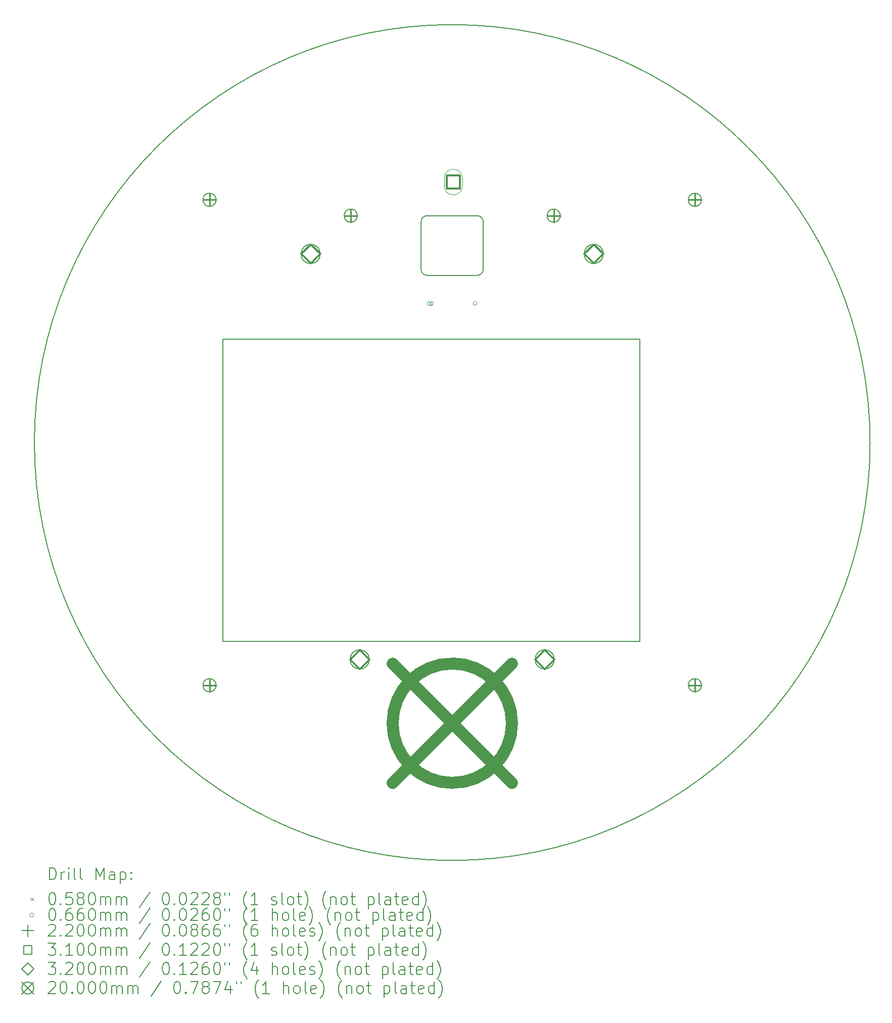
<source format=gbr>
%TF.GenerationSoftware,KiCad,Pcbnew,7.0.11*%
%TF.CreationDate,2025-01-20T02:06:32+09:00*%
%TF.ProjectId,IO,494f2e6b-6963-4616-945f-706362585858,rev?*%
%TF.SameCoordinates,Original*%
%TF.FileFunction,Drillmap*%
%TF.FilePolarity,Positive*%
%FSLAX45Y45*%
G04 Gerber Fmt 4.5, Leading zero omitted, Abs format (unit mm)*
G04 Created by KiCad (PCBNEW 7.0.11) date 2025-01-20 02:06:32*
%MOMM*%
%LPD*%
G01*
G04 APERTURE LIST*
%ADD10C,0.200000*%
%ADD11C,0.100000*%
%ADD12C,0.220000*%
%ADD13C,0.310000*%
%ADD14C,0.320000*%
%ADD15C,2.000000*%
G04 APERTURE END LIST*
D10*
X12116610Y-5796434D02*
G75*
G03*
X11796610Y-5796434I-160000J0D01*
G01*
X11796610Y-5796434D02*
G75*
G03*
X12116610Y-5796434I160000J0D01*
G01*
X14848036Y-5255364D02*
X14848036Y-6055364D01*
X13908036Y-5155364D02*
X14748036Y-5155364D01*
X12738036Y-5155364D02*
G75*
G03*
X12518036Y-5155364I-110000J0D01*
G01*
X12518036Y-5155364D02*
G75*
G03*
X12738036Y-5155364I110000J0D01*
G01*
X14848036Y-5255364D02*
G75*
G03*
X14748036Y-5155364I-99996J4D01*
G01*
X18503900Y-4889500D02*
G75*
G03*
X18283900Y-4889500I-110000J0D01*
G01*
X18283900Y-4889500D02*
G75*
G03*
X18503900Y-4889500I110000J0D01*
G01*
X13808036Y-6055364D02*
G75*
G03*
X13908036Y-6155364I100004J4D01*
G01*
X14748036Y-6155364D02*
X13908036Y-6155364D01*
X21328036Y-8955364D02*
G75*
G03*
X7328036Y-8955364I-7000000J0D01*
G01*
X7328036Y-8955364D02*
G75*
G03*
X21328036Y-8955364I7000000J0D01*
G01*
X17468036Y-7225364D02*
X17468036Y-12285364D01*
X13908036Y-5155356D02*
G75*
G03*
X13808036Y-5255364I4J-100004D01*
G01*
X16138036Y-5155364D02*
G75*
G03*
X15918036Y-5155364I-110000J0D01*
G01*
X15918036Y-5155364D02*
G75*
G03*
X16138036Y-5155364I110000J0D01*
G01*
X13808036Y-6055364D02*
X13808036Y-5255364D01*
X12938036Y-12588544D02*
G75*
G03*
X12618036Y-12588544I-160000J0D01*
G01*
X12618036Y-12588544D02*
G75*
G03*
X12938036Y-12588544I160000J0D01*
G01*
X18503900Y-13021228D02*
G75*
G03*
X18283900Y-13021228I-110000J0D01*
G01*
X18283900Y-13021228D02*
G75*
G03*
X18503900Y-13021228I110000J0D01*
G01*
X15328036Y-13655364D02*
G75*
G03*
X13328036Y-13655364I-1000000J0D01*
G01*
X13328036Y-13655364D02*
G75*
G03*
X15328036Y-13655364I1000000J0D01*
G01*
X10488036Y-12285364D02*
X10488036Y-7225364D01*
X17468036Y-12285364D02*
X10488036Y-12285364D01*
X16038036Y-12588544D02*
G75*
G03*
X15718036Y-12588544I-160000J0D01*
G01*
X15718036Y-12588544D02*
G75*
G03*
X16038036Y-12588544I160000J0D01*
G01*
X16859463Y-5796434D02*
G75*
G03*
X16539463Y-5796434I-160000J0D01*
G01*
X16539463Y-5796434D02*
G75*
G03*
X16859463Y-5796434I160000J0D01*
G01*
X14748036Y-6155356D02*
G75*
G03*
X14848036Y-6055364I4J99996D01*
G01*
X10488036Y-7225364D02*
X17468036Y-7225364D01*
X10372172Y-13021228D02*
G75*
G03*
X10152172Y-13021228I-110000J0D01*
G01*
X10152172Y-13021228D02*
G75*
G03*
X10372172Y-13021228I110000J0D01*
G01*
X10372172Y-4889500D02*
G75*
G03*
X10152172Y-4889500I-110000J0D01*
G01*
X10152172Y-4889500D02*
G75*
G03*
X10372172Y-4889500I110000J0D01*
G01*
D11*
X13932000Y-6594500D02*
X13990000Y-6652500D01*
X13990000Y-6594500D02*
X13932000Y-6652500D01*
X13982000Y-6594500D02*
X13940000Y-6594500D01*
X13940000Y-6594500D02*
G75*
G03*
X13940000Y-6652500I0J-29000D01*
G01*
X13940000Y-6652500D02*
X13982000Y-6652500D01*
X13982000Y-6652500D02*
G75*
G03*
X13982000Y-6594500I0J29000D01*
G01*
X14744000Y-6623500D02*
G75*
G03*
X14678000Y-6623500I-33000J0D01*
G01*
X14678000Y-6623500D02*
G75*
G03*
X14744000Y-6623500I33000J0D01*
G01*
D12*
X10262000Y-4779000D02*
X10262000Y-4999000D01*
X10152000Y-4889000D02*
X10372000Y-4889000D01*
X10263000Y-12911000D02*
X10263000Y-13131000D01*
X10153000Y-13021000D02*
X10373000Y-13021000D01*
X12629000Y-5046000D02*
X12629000Y-5266000D01*
X12519000Y-5156000D02*
X12739000Y-5156000D01*
X16029000Y-5047000D02*
X16029000Y-5267000D01*
X15919000Y-5157000D02*
X16139000Y-5157000D01*
X18395000Y-4778000D02*
X18395000Y-4998000D01*
X18285000Y-4888000D02*
X18505000Y-4888000D01*
X18395000Y-12910000D02*
X18395000Y-13130000D01*
X18285000Y-13020000D02*
X18505000Y-13020000D01*
D13*
X14455746Y-4701387D02*
X14455746Y-4482182D01*
X14236541Y-4482182D01*
X14236541Y-4701387D01*
X14455746Y-4701387D01*
D11*
X14501144Y-4651785D02*
X14501144Y-4531785D01*
X14501144Y-4531785D02*
G75*
G03*
X14191144Y-4531785I-155000J0D01*
G01*
X14191144Y-4531785D02*
X14191144Y-4651785D01*
X14191144Y-4651785D02*
G75*
G03*
X14501144Y-4651785I155000J0D01*
G01*
D14*
X11959000Y-5957000D02*
X12119000Y-5797000D01*
X11959000Y-5637000D01*
X11799000Y-5797000D01*
X11959000Y-5957000D01*
X12779000Y-12749000D02*
X12939000Y-12589000D01*
X12779000Y-12429000D01*
X12619000Y-12589000D01*
X12779000Y-12749000D01*
X15879000Y-12749000D02*
X16039000Y-12589000D01*
X15879000Y-12429000D01*
X15719000Y-12589000D01*
X15879000Y-12749000D01*
X16700000Y-5957000D02*
X16860000Y-5797000D01*
X16700000Y-5637000D01*
X16540000Y-5797000D01*
X16700000Y-5957000D01*
D15*
X13329000Y-12657000D02*
X15329000Y-14657000D01*
X15329000Y-12657000D02*
X13329000Y-14657000D01*
X15329000Y-13657000D02*
G75*
G03*
X13329000Y-13657000I-1000000J0D01*
G01*
X13329000Y-13657000D02*
G75*
G03*
X15329000Y-13657000I1000000J0D01*
G01*
D10*
X7578813Y-16276848D02*
X7578813Y-16076848D01*
X7578813Y-16076848D02*
X7626432Y-16076848D01*
X7626432Y-16076848D02*
X7655003Y-16086372D01*
X7655003Y-16086372D02*
X7674051Y-16105419D01*
X7674051Y-16105419D02*
X7683575Y-16124467D01*
X7683575Y-16124467D02*
X7693099Y-16162562D01*
X7693099Y-16162562D02*
X7693099Y-16191133D01*
X7693099Y-16191133D02*
X7683575Y-16229229D01*
X7683575Y-16229229D02*
X7674051Y-16248276D01*
X7674051Y-16248276D02*
X7655003Y-16267324D01*
X7655003Y-16267324D02*
X7626432Y-16276848D01*
X7626432Y-16276848D02*
X7578813Y-16276848D01*
X7778813Y-16276848D02*
X7778813Y-16143514D01*
X7778813Y-16181610D02*
X7788337Y-16162562D01*
X7788337Y-16162562D02*
X7797860Y-16153038D01*
X7797860Y-16153038D02*
X7816908Y-16143514D01*
X7816908Y-16143514D02*
X7835956Y-16143514D01*
X7902622Y-16276848D02*
X7902622Y-16143514D01*
X7902622Y-16076848D02*
X7893099Y-16086372D01*
X7893099Y-16086372D02*
X7902622Y-16095895D01*
X7902622Y-16095895D02*
X7912146Y-16086372D01*
X7912146Y-16086372D02*
X7902622Y-16076848D01*
X7902622Y-16076848D02*
X7902622Y-16095895D01*
X8026432Y-16276848D02*
X8007384Y-16267324D01*
X8007384Y-16267324D02*
X7997860Y-16248276D01*
X7997860Y-16248276D02*
X7997860Y-16076848D01*
X8131194Y-16276848D02*
X8112146Y-16267324D01*
X8112146Y-16267324D02*
X8102622Y-16248276D01*
X8102622Y-16248276D02*
X8102622Y-16076848D01*
X8359765Y-16276848D02*
X8359765Y-16076848D01*
X8359765Y-16076848D02*
X8426432Y-16219705D01*
X8426432Y-16219705D02*
X8493099Y-16076848D01*
X8493099Y-16076848D02*
X8493099Y-16276848D01*
X8674051Y-16276848D02*
X8674051Y-16172086D01*
X8674051Y-16172086D02*
X8664527Y-16153038D01*
X8664527Y-16153038D02*
X8645480Y-16143514D01*
X8645480Y-16143514D02*
X8607384Y-16143514D01*
X8607384Y-16143514D02*
X8588337Y-16153038D01*
X8674051Y-16267324D02*
X8655003Y-16276848D01*
X8655003Y-16276848D02*
X8607384Y-16276848D01*
X8607384Y-16276848D02*
X8588337Y-16267324D01*
X8588337Y-16267324D02*
X8578813Y-16248276D01*
X8578813Y-16248276D02*
X8578813Y-16229229D01*
X8578813Y-16229229D02*
X8588337Y-16210181D01*
X8588337Y-16210181D02*
X8607384Y-16200657D01*
X8607384Y-16200657D02*
X8655003Y-16200657D01*
X8655003Y-16200657D02*
X8674051Y-16191133D01*
X8769289Y-16143514D02*
X8769289Y-16343514D01*
X8769289Y-16153038D02*
X8788337Y-16143514D01*
X8788337Y-16143514D02*
X8826432Y-16143514D01*
X8826432Y-16143514D02*
X8845480Y-16153038D01*
X8845480Y-16153038D02*
X8855003Y-16162562D01*
X8855003Y-16162562D02*
X8864527Y-16181610D01*
X8864527Y-16181610D02*
X8864527Y-16238752D01*
X8864527Y-16238752D02*
X8855003Y-16257800D01*
X8855003Y-16257800D02*
X8845480Y-16267324D01*
X8845480Y-16267324D02*
X8826432Y-16276848D01*
X8826432Y-16276848D02*
X8788337Y-16276848D01*
X8788337Y-16276848D02*
X8769289Y-16267324D01*
X8950242Y-16257800D02*
X8959765Y-16267324D01*
X8959765Y-16267324D02*
X8950242Y-16276848D01*
X8950242Y-16276848D02*
X8940718Y-16267324D01*
X8940718Y-16267324D02*
X8950242Y-16257800D01*
X8950242Y-16257800D02*
X8950242Y-16276848D01*
X8950242Y-16153038D02*
X8959765Y-16162562D01*
X8959765Y-16162562D02*
X8950242Y-16172086D01*
X8950242Y-16172086D02*
X8940718Y-16162562D01*
X8940718Y-16162562D02*
X8950242Y-16153038D01*
X8950242Y-16153038D02*
X8950242Y-16172086D01*
D11*
X7260036Y-16576364D02*
X7318036Y-16634364D01*
X7318036Y-16576364D02*
X7260036Y-16634364D01*
D10*
X7616908Y-16496848D02*
X7635956Y-16496848D01*
X7635956Y-16496848D02*
X7655003Y-16506372D01*
X7655003Y-16506372D02*
X7664527Y-16515895D01*
X7664527Y-16515895D02*
X7674051Y-16534943D01*
X7674051Y-16534943D02*
X7683575Y-16573038D01*
X7683575Y-16573038D02*
X7683575Y-16620657D01*
X7683575Y-16620657D02*
X7674051Y-16658752D01*
X7674051Y-16658752D02*
X7664527Y-16677800D01*
X7664527Y-16677800D02*
X7655003Y-16687324D01*
X7655003Y-16687324D02*
X7635956Y-16696848D01*
X7635956Y-16696848D02*
X7616908Y-16696848D01*
X7616908Y-16696848D02*
X7597860Y-16687324D01*
X7597860Y-16687324D02*
X7588337Y-16677800D01*
X7588337Y-16677800D02*
X7578813Y-16658752D01*
X7578813Y-16658752D02*
X7569289Y-16620657D01*
X7569289Y-16620657D02*
X7569289Y-16573038D01*
X7569289Y-16573038D02*
X7578813Y-16534943D01*
X7578813Y-16534943D02*
X7588337Y-16515895D01*
X7588337Y-16515895D02*
X7597860Y-16506372D01*
X7597860Y-16506372D02*
X7616908Y-16496848D01*
X7769289Y-16677800D02*
X7778813Y-16687324D01*
X7778813Y-16687324D02*
X7769289Y-16696848D01*
X7769289Y-16696848D02*
X7759765Y-16687324D01*
X7759765Y-16687324D02*
X7769289Y-16677800D01*
X7769289Y-16677800D02*
X7769289Y-16696848D01*
X7959765Y-16496848D02*
X7864527Y-16496848D01*
X7864527Y-16496848D02*
X7855003Y-16592086D01*
X7855003Y-16592086D02*
X7864527Y-16582562D01*
X7864527Y-16582562D02*
X7883575Y-16573038D01*
X7883575Y-16573038D02*
X7931194Y-16573038D01*
X7931194Y-16573038D02*
X7950241Y-16582562D01*
X7950241Y-16582562D02*
X7959765Y-16592086D01*
X7959765Y-16592086D02*
X7969289Y-16611133D01*
X7969289Y-16611133D02*
X7969289Y-16658752D01*
X7969289Y-16658752D02*
X7959765Y-16677800D01*
X7959765Y-16677800D02*
X7950241Y-16687324D01*
X7950241Y-16687324D02*
X7931194Y-16696848D01*
X7931194Y-16696848D02*
X7883575Y-16696848D01*
X7883575Y-16696848D02*
X7864527Y-16687324D01*
X7864527Y-16687324D02*
X7855003Y-16677800D01*
X8083575Y-16582562D02*
X8064527Y-16573038D01*
X8064527Y-16573038D02*
X8055003Y-16563514D01*
X8055003Y-16563514D02*
X8045480Y-16544467D01*
X8045480Y-16544467D02*
X8045480Y-16534943D01*
X8045480Y-16534943D02*
X8055003Y-16515895D01*
X8055003Y-16515895D02*
X8064527Y-16506372D01*
X8064527Y-16506372D02*
X8083575Y-16496848D01*
X8083575Y-16496848D02*
X8121670Y-16496848D01*
X8121670Y-16496848D02*
X8140718Y-16506372D01*
X8140718Y-16506372D02*
X8150241Y-16515895D01*
X8150241Y-16515895D02*
X8159765Y-16534943D01*
X8159765Y-16534943D02*
X8159765Y-16544467D01*
X8159765Y-16544467D02*
X8150241Y-16563514D01*
X8150241Y-16563514D02*
X8140718Y-16573038D01*
X8140718Y-16573038D02*
X8121670Y-16582562D01*
X8121670Y-16582562D02*
X8083575Y-16582562D01*
X8083575Y-16582562D02*
X8064527Y-16592086D01*
X8064527Y-16592086D02*
X8055003Y-16601610D01*
X8055003Y-16601610D02*
X8045480Y-16620657D01*
X8045480Y-16620657D02*
X8045480Y-16658752D01*
X8045480Y-16658752D02*
X8055003Y-16677800D01*
X8055003Y-16677800D02*
X8064527Y-16687324D01*
X8064527Y-16687324D02*
X8083575Y-16696848D01*
X8083575Y-16696848D02*
X8121670Y-16696848D01*
X8121670Y-16696848D02*
X8140718Y-16687324D01*
X8140718Y-16687324D02*
X8150241Y-16677800D01*
X8150241Y-16677800D02*
X8159765Y-16658752D01*
X8159765Y-16658752D02*
X8159765Y-16620657D01*
X8159765Y-16620657D02*
X8150241Y-16601610D01*
X8150241Y-16601610D02*
X8140718Y-16592086D01*
X8140718Y-16592086D02*
X8121670Y-16582562D01*
X8283575Y-16496848D02*
X8302622Y-16496848D01*
X8302622Y-16496848D02*
X8321670Y-16506372D01*
X8321670Y-16506372D02*
X8331194Y-16515895D01*
X8331194Y-16515895D02*
X8340718Y-16534943D01*
X8340718Y-16534943D02*
X8350241Y-16573038D01*
X8350241Y-16573038D02*
X8350241Y-16620657D01*
X8350241Y-16620657D02*
X8340718Y-16658752D01*
X8340718Y-16658752D02*
X8331194Y-16677800D01*
X8331194Y-16677800D02*
X8321670Y-16687324D01*
X8321670Y-16687324D02*
X8302622Y-16696848D01*
X8302622Y-16696848D02*
X8283575Y-16696848D01*
X8283575Y-16696848D02*
X8264527Y-16687324D01*
X8264527Y-16687324D02*
X8255003Y-16677800D01*
X8255003Y-16677800D02*
X8245480Y-16658752D01*
X8245480Y-16658752D02*
X8235956Y-16620657D01*
X8235956Y-16620657D02*
X8235956Y-16573038D01*
X8235956Y-16573038D02*
X8245480Y-16534943D01*
X8245480Y-16534943D02*
X8255003Y-16515895D01*
X8255003Y-16515895D02*
X8264527Y-16506372D01*
X8264527Y-16506372D02*
X8283575Y-16496848D01*
X8435956Y-16696848D02*
X8435956Y-16563514D01*
X8435956Y-16582562D02*
X8445480Y-16573038D01*
X8445480Y-16573038D02*
X8464527Y-16563514D01*
X8464527Y-16563514D02*
X8493099Y-16563514D01*
X8493099Y-16563514D02*
X8512146Y-16573038D01*
X8512146Y-16573038D02*
X8521670Y-16592086D01*
X8521670Y-16592086D02*
X8521670Y-16696848D01*
X8521670Y-16592086D02*
X8531194Y-16573038D01*
X8531194Y-16573038D02*
X8550242Y-16563514D01*
X8550242Y-16563514D02*
X8578813Y-16563514D01*
X8578813Y-16563514D02*
X8597861Y-16573038D01*
X8597861Y-16573038D02*
X8607384Y-16592086D01*
X8607384Y-16592086D02*
X8607384Y-16696848D01*
X8702623Y-16696848D02*
X8702623Y-16563514D01*
X8702623Y-16582562D02*
X8712146Y-16573038D01*
X8712146Y-16573038D02*
X8731194Y-16563514D01*
X8731194Y-16563514D02*
X8759765Y-16563514D01*
X8759765Y-16563514D02*
X8778813Y-16573038D01*
X8778813Y-16573038D02*
X8788337Y-16592086D01*
X8788337Y-16592086D02*
X8788337Y-16696848D01*
X8788337Y-16592086D02*
X8797861Y-16573038D01*
X8797861Y-16573038D02*
X8816908Y-16563514D01*
X8816908Y-16563514D02*
X8845480Y-16563514D01*
X8845480Y-16563514D02*
X8864527Y-16573038D01*
X8864527Y-16573038D02*
X8874051Y-16592086D01*
X8874051Y-16592086D02*
X8874051Y-16696848D01*
X9264527Y-16487324D02*
X9093099Y-16744467D01*
X9521670Y-16496848D02*
X9540718Y-16496848D01*
X9540718Y-16496848D02*
X9559766Y-16506372D01*
X9559766Y-16506372D02*
X9569289Y-16515895D01*
X9569289Y-16515895D02*
X9578813Y-16534943D01*
X9578813Y-16534943D02*
X9588337Y-16573038D01*
X9588337Y-16573038D02*
X9588337Y-16620657D01*
X9588337Y-16620657D02*
X9578813Y-16658752D01*
X9578813Y-16658752D02*
X9569289Y-16677800D01*
X9569289Y-16677800D02*
X9559766Y-16687324D01*
X9559766Y-16687324D02*
X9540718Y-16696848D01*
X9540718Y-16696848D02*
X9521670Y-16696848D01*
X9521670Y-16696848D02*
X9502623Y-16687324D01*
X9502623Y-16687324D02*
X9493099Y-16677800D01*
X9493099Y-16677800D02*
X9483575Y-16658752D01*
X9483575Y-16658752D02*
X9474051Y-16620657D01*
X9474051Y-16620657D02*
X9474051Y-16573038D01*
X9474051Y-16573038D02*
X9483575Y-16534943D01*
X9483575Y-16534943D02*
X9493099Y-16515895D01*
X9493099Y-16515895D02*
X9502623Y-16506372D01*
X9502623Y-16506372D02*
X9521670Y-16496848D01*
X9674051Y-16677800D02*
X9683575Y-16687324D01*
X9683575Y-16687324D02*
X9674051Y-16696848D01*
X9674051Y-16696848D02*
X9664527Y-16687324D01*
X9664527Y-16687324D02*
X9674051Y-16677800D01*
X9674051Y-16677800D02*
X9674051Y-16696848D01*
X9807385Y-16496848D02*
X9826432Y-16496848D01*
X9826432Y-16496848D02*
X9845480Y-16506372D01*
X9845480Y-16506372D02*
X9855004Y-16515895D01*
X9855004Y-16515895D02*
X9864527Y-16534943D01*
X9864527Y-16534943D02*
X9874051Y-16573038D01*
X9874051Y-16573038D02*
X9874051Y-16620657D01*
X9874051Y-16620657D02*
X9864527Y-16658752D01*
X9864527Y-16658752D02*
X9855004Y-16677800D01*
X9855004Y-16677800D02*
X9845480Y-16687324D01*
X9845480Y-16687324D02*
X9826432Y-16696848D01*
X9826432Y-16696848D02*
X9807385Y-16696848D01*
X9807385Y-16696848D02*
X9788337Y-16687324D01*
X9788337Y-16687324D02*
X9778813Y-16677800D01*
X9778813Y-16677800D02*
X9769289Y-16658752D01*
X9769289Y-16658752D02*
X9759766Y-16620657D01*
X9759766Y-16620657D02*
X9759766Y-16573038D01*
X9759766Y-16573038D02*
X9769289Y-16534943D01*
X9769289Y-16534943D02*
X9778813Y-16515895D01*
X9778813Y-16515895D02*
X9788337Y-16506372D01*
X9788337Y-16506372D02*
X9807385Y-16496848D01*
X9950242Y-16515895D02*
X9959766Y-16506372D01*
X9959766Y-16506372D02*
X9978813Y-16496848D01*
X9978813Y-16496848D02*
X10026432Y-16496848D01*
X10026432Y-16496848D02*
X10045480Y-16506372D01*
X10045480Y-16506372D02*
X10055004Y-16515895D01*
X10055004Y-16515895D02*
X10064527Y-16534943D01*
X10064527Y-16534943D02*
X10064527Y-16553991D01*
X10064527Y-16553991D02*
X10055004Y-16582562D01*
X10055004Y-16582562D02*
X9940718Y-16696848D01*
X9940718Y-16696848D02*
X10064527Y-16696848D01*
X10140718Y-16515895D02*
X10150242Y-16506372D01*
X10150242Y-16506372D02*
X10169289Y-16496848D01*
X10169289Y-16496848D02*
X10216908Y-16496848D01*
X10216908Y-16496848D02*
X10235956Y-16506372D01*
X10235956Y-16506372D02*
X10245480Y-16515895D01*
X10245480Y-16515895D02*
X10255004Y-16534943D01*
X10255004Y-16534943D02*
X10255004Y-16553991D01*
X10255004Y-16553991D02*
X10245480Y-16582562D01*
X10245480Y-16582562D02*
X10131194Y-16696848D01*
X10131194Y-16696848D02*
X10255004Y-16696848D01*
X10369289Y-16582562D02*
X10350242Y-16573038D01*
X10350242Y-16573038D02*
X10340718Y-16563514D01*
X10340718Y-16563514D02*
X10331194Y-16544467D01*
X10331194Y-16544467D02*
X10331194Y-16534943D01*
X10331194Y-16534943D02*
X10340718Y-16515895D01*
X10340718Y-16515895D02*
X10350242Y-16506372D01*
X10350242Y-16506372D02*
X10369289Y-16496848D01*
X10369289Y-16496848D02*
X10407385Y-16496848D01*
X10407385Y-16496848D02*
X10426432Y-16506372D01*
X10426432Y-16506372D02*
X10435956Y-16515895D01*
X10435956Y-16515895D02*
X10445480Y-16534943D01*
X10445480Y-16534943D02*
X10445480Y-16544467D01*
X10445480Y-16544467D02*
X10435956Y-16563514D01*
X10435956Y-16563514D02*
X10426432Y-16573038D01*
X10426432Y-16573038D02*
X10407385Y-16582562D01*
X10407385Y-16582562D02*
X10369289Y-16582562D01*
X10369289Y-16582562D02*
X10350242Y-16592086D01*
X10350242Y-16592086D02*
X10340718Y-16601610D01*
X10340718Y-16601610D02*
X10331194Y-16620657D01*
X10331194Y-16620657D02*
X10331194Y-16658752D01*
X10331194Y-16658752D02*
X10340718Y-16677800D01*
X10340718Y-16677800D02*
X10350242Y-16687324D01*
X10350242Y-16687324D02*
X10369289Y-16696848D01*
X10369289Y-16696848D02*
X10407385Y-16696848D01*
X10407385Y-16696848D02*
X10426432Y-16687324D01*
X10426432Y-16687324D02*
X10435956Y-16677800D01*
X10435956Y-16677800D02*
X10445480Y-16658752D01*
X10445480Y-16658752D02*
X10445480Y-16620657D01*
X10445480Y-16620657D02*
X10435956Y-16601610D01*
X10435956Y-16601610D02*
X10426432Y-16592086D01*
X10426432Y-16592086D02*
X10407385Y-16582562D01*
X10521670Y-16496848D02*
X10521670Y-16534943D01*
X10597861Y-16496848D02*
X10597861Y-16534943D01*
X10893099Y-16773038D02*
X10883575Y-16763514D01*
X10883575Y-16763514D02*
X10864528Y-16734943D01*
X10864528Y-16734943D02*
X10855004Y-16715895D01*
X10855004Y-16715895D02*
X10845480Y-16687324D01*
X10845480Y-16687324D02*
X10835956Y-16639705D01*
X10835956Y-16639705D02*
X10835956Y-16601610D01*
X10835956Y-16601610D02*
X10845480Y-16553991D01*
X10845480Y-16553991D02*
X10855004Y-16525419D01*
X10855004Y-16525419D02*
X10864528Y-16506372D01*
X10864528Y-16506372D02*
X10883575Y-16477800D01*
X10883575Y-16477800D02*
X10893099Y-16468276D01*
X11074051Y-16696848D02*
X10959766Y-16696848D01*
X11016908Y-16696848D02*
X11016908Y-16496848D01*
X11016908Y-16496848D02*
X10997861Y-16525419D01*
X10997861Y-16525419D02*
X10978813Y-16544467D01*
X10978813Y-16544467D02*
X10959766Y-16553991D01*
X11302623Y-16687324D02*
X11321670Y-16696848D01*
X11321670Y-16696848D02*
X11359766Y-16696848D01*
X11359766Y-16696848D02*
X11378813Y-16687324D01*
X11378813Y-16687324D02*
X11388337Y-16668276D01*
X11388337Y-16668276D02*
X11388337Y-16658752D01*
X11388337Y-16658752D02*
X11378813Y-16639705D01*
X11378813Y-16639705D02*
X11359766Y-16630181D01*
X11359766Y-16630181D02*
X11331194Y-16630181D01*
X11331194Y-16630181D02*
X11312147Y-16620657D01*
X11312147Y-16620657D02*
X11302623Y-16601610D01*
X11302623Y-16601610D02*
X11302623Y-16592086D01*
X11302623Y-16592086D02*
X11312147Y-16573038D01*
X11312147Y-16573038D02*
X11331194Y-16563514D01*
X11331194Y-16563514D02*
X11359766Y-16563514D01*
X11359766Y-16563514D02*
X11378813Y-16573038D01*
X11502623Y-16696848D02*
X11483575Y-16687324D01*
X11483575Y-16687324D02*
X11474051Y-16668276D01*
X11474051Y-16668276D02*
X11474051Y-16496848D01*
X11607385Y-16696848D02*
X11588337Y-16687324D01*
X11588337Y-16687324D02*
X11578813Y-16677800D01*
X11578813Y-16677800D02*
X11569289Y-16658752D01*
X11569289Y-16658752D02*
X11569289Y-16601610D01*
X11569289Y-16601610D02*
X11578813Y-16582562D01*
X11578813Y-16582562D02*
X11588337Y-16573038D01*
X11588337Y-16573038D02*
X11607385Y-16563514D01*
X11607385Y-16563514D02*
X11635956Y-16563514D01*
X11635956Y-16563514D02*
X11655004Y-16573038D01*
X11655004Y-16573038D02*
X11664528Y-16582562D01*
X11664528Y-16582562D02*
X11674051Y-16601610D01*
X11674051Y-16601610D02*
X11674051Y-16658752D01*
X11674051Y-16658752D02*
X11664528Y-16677800D01*
X11664528Y-16677800D02*
X11655004Y-16687324D01*
X11655004Y-16687324D02*
X11635956Y-16696848D01*
X11635956Y-16696848D02*
X11607385Y-16696848D01*
X11731194Y-16563514D02*
X11807385Y-16563514D01*
X11759766Y-16496848D02*
X11759766Y-16668276D01*
X11759766Y-16668276D02*
X11769289Y-16687324D01*
X11769289Y-16687324D02*
X11788337Y-16696848D01*
X11788337Y-16696848D02*
X11807385Y-16696848D01*
X11855004Y-16773038D02*
X11864528Y-16763514D01*
X11864528Y-16763514D02*
X11883575Y-16734943D01*
X11883575Y-16734943D02*
X11893099Y-16715895D01*
X11893099Y-16715895D02*
X11902623Y-16687324D01*
X11902623Y-16687324D02*
X11912147Y-16639705D01*
X11912147Y-16639705D02*
X11912147Y-16601610D01*
X11912147Y-16601610D02*
X11902623Y-16553991D01*
X11902623Y-16553991D02*
X11893099Y-16525419D01*
X11893099Y-16525419D02*
X11883575Y-16506372D01*
X11883575Y-16506372D02*
X11864528Y-16477800D01*
X11864528Y-16477800D02*
X11855004Y-16468276D01*
X12216909Y-16773038D02*
X12207385Y-16763514D01*
X12207385Y-16763514D02*
X12188337Y-16734943D01*
X12188337Y-16734943D02*
X12178813Y-16715895D01*
X12178813Y-16715895D02*
X12169289Y-16687324D01*
X12169289Y-16687324D02*
X12159766Y-16639705D01*
X12159766Y-16639705D02*
X12159766Y-16601610D01*
X12159766Y-16601610D02*
X12169289Y-16553991D01*
X12169289Y-16553991D02*
X12178813Y-16525419D01*
X12178813Y-16525419D02*
X12188337Y-16506372D01*
X12188337Y-16506372D02*
X12207385Y-16477800D01*
X12207385Y-16477800D02*
X12216909Y-16468276D01*
X12293099Y-16563514D02*
X12293099Y-16696848D01*
X12293099Y-16582562D02*
X12302623Y-16573038D01*
X12302623Y-16573038D02*
X12321670Y-16563514D01*
X12321670Y-16563514D02*
X12350242Y-16563514D01*
X12350242Y-16563514D02*
X12369289Y-16573038D01*
X12369289Y-16573038D02*
X12378813Y-16592086D01*
X12378813Y-16592086D02*
X12378813Y-16696848D01*
X12502623Y-16696848D02*
X12483575Y-16687324D01*
X12483575Y-16687324D02*
X12474051Y-16677800D01*
X12474051Y-16677800D02*
X12464528Y-16658752D01*
X12464528Y-16658752D02*
X12464528Y-16601610D01*
X12464528Y-16601610D02*
X12474051Y-16582562D01*
X12474051Y-16582562D02*
X12483575Y-16573038D01*
X12483575Y-16573038D02*
X12502623Y-16563514D01*
X12502623Y-16563514D02*
X12531194Y-16563514D01*
X12531194Y-16563514D02*
X12550242Y-16573038D01*
X12550242Y-16573038D02*
X12559766Y-16582562D01*
X12559766Y-16582562D02*
X12569289Y-16601610D01*
X12569289Y-16601610D02*
X12569289Y-16658752D01*
X12569289Y-16658752D02*
X12559766Y-16677800D01*
X12559766Y-16677800D02*
X12550242Y-16687324D01*
X12550242Y-16687324D02*
X12531194Y-16696848D01*
X12531194Y-16696848D02*
X12502623Y-16696848D01*
X12626432Y-16563514D02*
X12702623Y-16563514D01*
X12655004Y-16496848D02*
X12655004Y-16668276D01*
X12655004Y-16668276D02*
X12664528Y-16687324D01*
X12664528Y-16687324D02*
X12683575Y-16696848D01*
X12683575Y-16696848D02*
X12702623Y-16696848D01*
X12921670Y-16563514D02*
X12921670Y-16763514D01*
X12921670Y-16573038D02*
X12940718Y-16563514D01*
X12940718Y-16563514D02*
X12978813Y-16563514D01*
X12978813Y-16563514D02*
X12997861Y-16573038D01*
X12997861Y-16573038D02*
X13007385Y-16582562D01*
X13007385Y-16582562D02*
X13016909Y-16601610D01*
X13016909Y-16601610D02*
X13016909Y-16658752D01*
X13016909Y-16658752D02*
X13007385Y-16677800D01*
X13007385Y-16677800D02*
X12997861Y-16687324D01*
X12997861Y-16687324D02*
X12978813Y-16696848D01*
X12978813Y-16696848D02*
X12940718Y-16696848D01*
X12940718Y-16696848D02*
X12921670Y-16687324D01*
X13131194Y-16696848D02*
X13112147Y-16687324D01*
X13112147Y-16687324D02*
X13102623Y-16668276D01*
X13102623Y-16668276D02*
X13102623Y-16496848D01*
X13293099Y-16696848D02*
X13293099Y-16592086D01*
X13293099Y-16592086D02*
X13283575Y-16573038D01*
X13283575Y-16573038D02*
X13264528Y-16563514D01*
X13264528Y-16563514D02*
X13226432Y-16563514D01*
X13226432Y-16563514D02*
X13207385Y-16573038D01*
X13293099Y-16687324D02*
X13274051Y-16696848D01*
X13274051Y-16696848D02*
X13226432Y-16696848D01*
X13226432Y-16696848D02*
X13207385Y-16687324D01*
X13207385Y-16687324D02*
X13197861Y-16668276D01*
X13197861Y-16668276D02*
X13197861Y-16649229D01*
X13197861Y-16649229D02*
X13207385Y-16630181D01*
X13207385Y-16630181D02*
X13226432Y-16620657D01*
X13226432Y-16620657D02*
X13274051Y-16620657D01*
X13274051Y-16620657D02*
X13293099Y-16611133D01*
X13359766Y-16563514D02*
X13435956Y-16563514D01*
X13388337Y-16496848D02*
X13388337Y-16668276D01*
X13388337Y-16668276D02*
X13397861Y-16687324D01*
X13397861Y-16687324D02*
X13416909Y-16696848D01*
X13416909Y-16696848D02*
X13435956Y-16696848D01*
X13578813Y-16687324D02*
X13559766Y-16696848D01*
X13559766Y-16696848D02*
X13521670Y-16696848D01*
X13521670Y-16696848D02*
X13502623Y-16687324D01*
X13502623Y-16687324D02*
X13493099Y-16668276D01*
X13493099Y-16668276D02*
X13493099Y-16592086D01*
X13493099Y-16592086D02*
X13502623Y-16573038D01*
X13502623Y-16573038D02*
X13521670Y-16563514D01*
X13521670Y-16563514D02*
X13559766Y-16563514D01*
X13559766Y-16563514D02*
X13578813Y-16573038D01*
X13578813Y-16573038D02*
X13588337Y-16592086D01*
X13588337Y-16592086D02*
X13588337Y-16611133D01*
X13588337Y-16611133D02*
X13493099Y-16630181D01*
X13759766Y-16696848D02*
X13759766Y-16496848D01*
X13759766Y-16687324D02*
X13740718Y-16696848D01*
X13740718Y-16696848D02*
X13702623Y-16696848D01*
X13702623Y-16696848D02*
X13683575Y-16687324D01*
X13683575Y-16687324D02*
X13674051Y-16677800D01*
X13674051Y-16677800D02*
X13664528Y-16658752D01*
X13664528Y-16658752D02*
X13664528Y-16601610D01*
X13664528Y-16601610D02*
X13674051Y-16582562D01*
X13674051Y-16582562D02*
X13683575Y-16573038D01*
X13683575Y-16573038D02*
X13702623Y-16563514D01*
X13702623Y-16563514D02*
X13740718Y-16563514D01*
X13740718Y-16563514D02*
X13759766Y-16573038D01*
X13835956Y-16773038D02*
X13845480Y-16763514D01*
X13845480Y-16763514D02*
X13864528Y-16734943D01*
X13864528Y-16734943D02*
X13874051Y-16715895D01*
X13874051Y-16715895D02*
X13883575Y-16687324D01*
X13883575Y-16687324D02*
X13893099Y-16639705D01*
X13893099Y-16639705D02*
X13893099Y-16601610D01*
X13893099Y-16601610D02*
X13883575Y-16553991D01*
X13883575Y-16553991D02*
X13874051Y-16525419D01*
X13874051Y-16525419D02*
X13864528Y-16506372D01*
X13864528Y-16506372D02*
X13845480Y-16477800D01*
X13845480Y-16477800D02*
X13835956Y-16468276D01*
D11*
X7318036Y-16869364D02*
G75*
G03*
X7252036Y-16869364I-33000J0D01*
G01*
X7252036Y-16869364D02*
G75*
G03*
X7318036Y-16869364I33000J0D01*
G01*
D10*
X7616908Y-16760848D02*
X7635956Y-16760848D01*
X7635956Y-16760848D02*
X7655003Y-16770372D01*
X7655003Y-16770372D02*
X7664527Y-16779895D01*
X7664527Y-16779895D02*
X7674051Y-16798943D01*
X7674051Y-16798943D02*
X7683575Y-16837038D01*
X7683575Y-16837038D02*
X7683575Y-16884657D01*
X7683575Y-16884657D02*
X7674051Y-16922753D01*
X7674051Y-16922753D02*
X7664527Y-16941800D01*
X7664527Y-16941800D02*
X7655003Y-16951324D01*
X7655003Y-16951324D02*
X7635956Y-16960848D01*
X7635956Y-16960848D02*
X7616908Y-16960848D01*
X7616908Y-16960848D02*
X7597860Y-16951324D01*
X7597860Y-16951324D02*
X7588337Y-16941800D01*
X7588337Y-16941800D02*
X7578813Y-16922753D01*
X7578813Y-16922753D02*
X7569289Y-16884657D01*
X7569289Y-16884657D02*
X7569289Y-16837038D01*
X7569289Y-16837038D02*
X7578813Y-16798943D01*
X7578813Y-16798943D02*
X7588337Y-16779895D01*
X7588337Y-16779895D02*
X7597860Y-16770372D01*
X7597860Y-16770372D02*
X7616908Y-16760848D01*
X7769289Y-16941800D02*
X7778813Y-16951324D01*
X7778813Y-16951324D02*
X7769289Y-16960848D01*
X7769289Y-16960848D02*
X7759765Y-16951324D01*
X7759765Y-16951324D02*
X7769289Y-16941800D01*
X7769289Y-16941800D02*
X7769289Y-16960848D01*
X7950241Y-16760848D02*
X7912146Y-16760848D01*
X7912146Y-16760848D02*
X7893099Y-16770372D01*
X7893099Y-16770372D02*
X7883575Y-16779895D01*
X7883575Y-16779895D02*
X7864527Y-16808467D01*
X7864527Y-16808467D02*
X7855003Y-16846562D01*
X7855003Y-16846562D02*
X7855003Y-16922753D01*
X7855003Y-16922753D02*
X7864527Y-16941800D01*
X7864527Y-16941800D02*
X7874051Y-16951324D01*
X7874051Y-16951324D02*
X7893099Y-16960848D01*
X7893099Y-16960848D02*
X7931194Y-16960848D01*
X7931194Y-16960848D02*
X7950241Y-16951324D01*
X7950241Y-16951324D02*
X7959765Y-16941800D01*
X7959765Y-16941800D02*
X7969289Y-16922753D01*
X7969289Y-16922753D02*
X7969289Y-16875134D01*
X7969289Y-16875134D02*
X7959765Y-16856086D01*
X7959765Y-16856086D02*
X7950241Y-16846562D01*
X7950241Y-16846562D02*
X7931194Y-16837038D01*
X7931194Y-16837038D02*
X7893099Y-16837038D01*
X7893099Y-16837038D02*
X7874051Y-16846562D01*
X7874051Y-16846562D02*
X7864527Y-16856086D01*
X7864527Y-16856086D02*
X7855003Y-16875134D01*
X8140718Y-16760848D02*
X8102622Y-16760848D01*
X8102622Y-16760848D02*
X8083575Y-16770372D01*
X8083575Y-16770372D02*
X8074051Y-16779895D01*
X8074051Y-16779895D02*
X8055003Y-16808467D01*
X8055003Y-16808467D02*
X8045480Y-16846562D01*
X8045480Y-16846562D02*
X8045480Y-16922753D01*
X8045480Y-16922753D02*
X8055003Y-16941800D01*
X8055003Y-16941800D02*
X8064527Y-16951324D01*
X8064527Y-16951324D02*
X8083575Y-16960848D01*
X8083575Y-16960848D02*
X8121670Y-16960848D01*
X8121670Y-16960848D02*
X8140718Y-16951324D01*
X8140718Y-16951324D02*
X8150241Y-16941800D01*
X8150241Y-16941800D02*
X8159765Y-16922753D01*
X8159765Y-16922753D02*
X8159765Y-16875134D01*
X8159765Y-16875134D02*
X8150241Y-16856086D01*
X8150241Y-16856086D02*
X8140718Y-16846562D01*
X8140718Y-16846562D02*
X8121670Y-16837038D01*
X8121670Y-16837038D02*
X8083575Y-16837038D01*
X8083575Y-16837038D02*
X8064527Y-16846562D01*
X8064527Y-16846562D02*
X8055003Y-16856086D01*
X8055003Y-16856086D02*
X8045480Y-16875134D01*
X8283575Y-16760848D02*
X8302622Y-16760848D01*
X8302622Y-16760848D02*
X8321670Y-16770372D01*
X8321670Y-16770372D02*
X8331194Y-16779895D01*
X8331194Y-16779895D02*
X8340718Y-16798943D01*
X8340718Y-16798943D02*
X8350241Y-16837038D01*
X8350241Y-16837038D02*
X8350241Y-16884657D01*
X8350241Y-16884657D02*
X8340718Y-16922753D01*
X8340718Y-16922753D02*
X8331194Y-16941800D01*
X8331194Y-16941800D02*
X8321670Y-16951324D01*
X8321670Y-16951324D02*
X8302622Y-16960848D01*
X8302622Y-16960848D02*
X8283575Y-16960848D01*
X8283575Y-16960848D02*
X8264527Y-16951324D01*
X8264527Y-16951324D02*
X8255003Y-16941800D01*
X8255003Y-16941800D02*
X8245480Y-16922753D01*
X8245480Y-16922753D02*
X8235956Y-16884657D01*
X8235956Y-16884657D02*
X8235956Y-16837038D01*
X8235956Y-16837038D02*
X8245480Y-16798943D01*
X8245480Y-16798943D02*
X8255003Y-16779895D01*
X8255003Y-16779895D02*
X8264527Y-16770372D01*
X8264527Y-16770372D02*
X8283575Y-16760848D01*
X8435956Y-16960848D02*
X8435956Y-16827514D01*
X8435956Y-16846562D02*
X8445480Y-16837038D01*
X8445480Y-16837038D02*
X8464527Y-16827514D01*
X8464527Y-16827514D02*
X8493099Y-16827514D01*
X8493099Y-16827514D02*
X8512146Y-16837038D01*
X8512146Y-16837038D02*
X8521670Y-16856086D01*
X8521670Y-16856086D02*
X8521670Y-16960848D01*
X8521670Y-16856086D02*
X8531194Y-16837038D01*
X8531194Y-16837038D02*
X8550242Y-16827514D01*
X8550242Y-16827514D02*
X8578813Y-16827514D01*
X8578813Y-16827514D02*
X8597861Y-16837038D01*
X8597861Y-16837038D02*
X8607384Y-16856086D01*
X8607384Y-16856086D02*
X8607384Y-16960848D01*
X8702623Y-16960848D02*
X8702623Y-16827514D01*
X8702623Y-16846562D02*
X8712146Y-16837038D01*
X8712146Y-16837038D02*
X8731194Y-16827514D01*
X8731194Y-16827514D02*
X8759765Y-16827514D01*
X8759765Y-16827514D02*
X8778813Y-16837038D01*
X8778813Y-16837038D02*
X8788337Y-16856086D01*
X8788337Y-16856086D02*
X8788337Y-16960848D01*
X8788337Y-16856086D02*
X8797861Y-16837038D01*
X8797861Y-16837038D02*
X8816908Y-16827514D01*
X8816908Y-16827514D02*
X8845480Y-16827514D01*
X8845480Y-16827514D02*
X8864527Y-16837038D01*
X8864527Y-16837038D02*
X8874051Y-16856086D01*
X8874051Y-16856086D02*
X8874051Y-16960848D01*
X9264527Y-16751324D02*
X9093099Y-17008467D01*
X9521670Y-16760848D02*
X9540718Y-16760848D01*
X9540718Y-16760848D02*
X9559766Y-16770372D01*
X9559766Y-16770372D02*
X9569289Y-16779895D01*
X9569289Y-16779895D02*
X9578813Y-16798943D01*
X9578813Y-16798943D02*
X9588337Y-16837038D01*
X9588337Y-16837038D02*
X9588337Y-16884657D01*
X9588337Y-16884657D02*
X9578813Y-16922753D01*
X9578813Y-16922753D02*
X9569289Y-16941800D01*
X9569289Y-16941800D02*
X9559766Y-16951324D01*
X9559766Y-16951324D02*
X9540718Y-16960848D01*
X9540718Y-16960848D02*
X9521670Y-16960848D01*
X9521670Y-16960848D02*
X9502623Y-16951324D01*
X9502623Y-16951324D02*
X9493099Y-16941800D01*
X9493099Y-16941800D02*
X9483575Y-16922753D01*
X9483575Y-16922753D02*
X9474051Y-16884657D01*
X9474051Y-16884657D02*
X9474051Y-16837038D01*
X9474051Y-16837038D02*
X9483575Y-16798943D01*
X9483575Y-16798943D02*
X9493099Y-16779895D01*
X9493099Y-16779895D02*
X9502623Y-16770372D01*
X9502623Y-16770372D02*
X9521670Y-16760848D01*
X9674051Y-16941800D02*
X9683575Y-16951324D01*
X9683575Y-16951324D02*
X9674051Y-16960848D01*
X9674051Y-16960848D02*
X9664527Y-16951324D01*
X9664527Y-16951324D02*
X9674051Y-16941800D01*
X9674051Y-16941800D02*
X9674051Y-16960848D01*
X9807385Y-16760848D02*
X9826432Y-16760848D01*
X9826432Y-16760848D02*
X9845480Y-16770372D01*
X9845480Y-16770372D02*
X9855004Y-16779895D01*
X9855004Y-16779895D02*
X9864527Y-16798943D01*
X9864527Y-16798943D02*
X9874051Y-16837038D01*
X9874051Y-16837038D02*
X9874051Y-16884657D01*
X9874051Y-16884657D02*
X9864527Y-16922753D01*
X9864527Y-16922753D02*
X9855004Y-16941800D01*
X9855004Y-16941800D02*
X9845480Y-16951324D01*
X9845480Y-16951324D02*
X9826432Y-16960848D01*
X9826432Y-16960848D02*
X9807385Y-16960848D01*
X9807385Y-16960848D02*
X9788337Y-16951324D01*
X9788337Y-16951324D02*
X9778813Y-16941800D01*
X9778813Y-16941800D02*
X9769289Y-16922753D01*
X9769289Y-16922753D02*
X9759766Y-16884657D01*
X9759766Y-16884657D02*
X9759766Y-16837038D01*
X9759766Y-16837038D02*
X9769289Y-16798943D01*
X9769289Y-16798943D02*
X9778813Y-16779895D01*
X9778813Y-16779895D02*
X9788337Y-16770372D01*
X9788337Y-16770372D02*
X9807385Y-16760848D01*
X9950242Y-16779895D02*
X9959766Y-16770372D01*
X9959766Y-16770372D02*
X9978813Y-16760848D01*
X9978813Y-16760848D02*
X10026432Y-16760848D01*
X10026432Y-16760848D02*
X10045480Y-16770372D01*
X10045480Y-16770372D02*
X10055004Y-16779895D01*
X10055004Y-16779895D02*
X10064527Y-16798943D01*
X10064527Y-16798943D02*
X10064527Y-16817991D01*
X10064527Y-16817991D02*
X10055004Y-16846562D01*
X10055004Y-16846562D02*
X9940718Y-16960848D01*
X9940718Y-16960848D02*
X10064527Y-16960848D01*
X10235956Y-16760848D02*
X10197861Y-16760848D01*
X10197861Y-16760848D02*
X10178813Y-16770372D01*
X10178813Y-16770372D02*
X10169289Y-16779895D01*
X10169289Y-16779895D02*
X10150242Y-16808467D01*
X10150242Y-16808467D02*
X10140718Y-16846562D01*
X10140718Y-16846562D02*
X10140718Y-16922753D01*
X10140718Y-16922753D02*
X10150242Y-16941800D01*
X10150242Y-16941800D02*
X10159766Y-16951324D01*
X10159766Y-16951324D02*
X10178813Y-16960848D01*
X10178813Y-16960848D02*
X10216908Y-16960848D01*
X10216908Y-16960848D02*
X10235956Y-16951324D01*
X10235956Y-16951324D02*
X10245480Y-16941800D01*
X10245480Y-16941800D02*
X10255004Y-16922753D01*
X10255004Y-16922753D02*
X10255004Y-16875134D01*
X10255004Y-16875134D02*
X10245480Y-16856086D01*
X10245480Y-16856086D02*
X10235956Y-16846562D01*
X10235956Y-16846562D02*
X10216908Y-16837038D01*
X10216908Y-16837038D02*
X10178813Y-16837038D01*
X10178813Y-16837038D02*
X10159766Y-16846562D01*
X10159766Y-16846562D02*
X10150242Y-16856086D01*
X10150242Y-16856086D02*
X10140718Y-16875134D01*
X10378813Y-16760848D02*
X10397861Y-16760848D01*
X10397861Y-16760848D02*
X10416908Y-16770372D01*
X10416908Y-16770372D02*
X10426432Y-16779895D01*
X10426432Y-16779895D02*
X10435956Y-16798943D01*
X10435956Y-16798943D02*
X10445480Y-16837038D01*
X10445480Y-16837038D02*
X10445480Y-16884657D01*
X10445480Y-16884657D02*
X10435956Y-16922753D01*
X10435956Y-16922753D02*
X10426432Y-16941800D01*
X10426432Y-16941800D02*
X10416908Y-16951324D01*
X10416908Y-16951324D02*
X10397861Y-16960848D01*
X10397861Y-16960848D02*
X10378813Y-16960848D01*
X10378813Y-16960848D02*
X10359766Y-16951324D01*
X10359766Y-16951324D02*
X10350242Y-16941800D01*
X10350242Y-16941800D02*
X10340718Y-16922753D01*
X10340718Y-16922753D02*
X10331194Y-16884657D01*
X10331194Y-16884657D02*
X10331194Y-16837038D01*
X10331194Y-16837038D02*
X10340718Y-16798943D01*
X10340718Y-16798943D02*
X10350242Y-16779895D01*
X10350242Y-16779895D02*
X10359766Y-16770372D01*
X10359766Y-16770372D02*
X10378813Y-16760848D01*
X10521670Y-16760848D02*
X10521670Y-16798943D01*
X10597861Y-16760848D02*
X10597861Y-16798943D01*
X10893099Y-17037038D02*
X10883575Y-17027514D01*
X10883575Y-17027514D02*
X10864528Y-16998943D01*
X10864528Y-16998943D02*
X10855004Y-16979895D01*
X10855004Y-16979895D02*
X10845480Y-16951324D01*
X10845480Y-16951324D02*
X10835956Y-16903705D01*
X10835956Y-16903705D02*
X10835956Y-16865610D01*
X10835956Y-16865610D02*
X10845480Y-16817991D01*
X10845480Y-16817991D02*
X10855004Y-16789419D01*
X10855004Y-16789419D02*
X10864528Y-16770372D01*
X10864528Y-16770372D02*
X10883575Y-16741800D01*
X10883575Y-16741800D02*
X10893099Y-16732276D01*
X11074051Y-16960848D02*
X10959766Y-16960848D01*
X11016908Y-16960848D02*
X11016908Y-16760848D01*
X11016908Y-16760848D02*
X10997861Y-16789419D01*
X10997861Y-16789419D02*
X10978813Y-16808467D01*
X10978813Y-16808467D02*
X10959766Y-16817991D01*
X11312147Y-16960848D02*
X11312147Y-16760848D01*
X11397861Y-16960848D02*
X11397861Y-16856086D01*
X11397861Y-16856086D02*
X11388337Y-16837038D01*
X11388337Y-16837038D02*
X11369289Y-16827514D01*
X11369289Y-16827514D02*
X11340718Y-16827514D01*
X11340718Y-16827514D02*
X11321670Y-16837038D01*
X11321670Y-16837038D02*
X11312147Y-16846562D01*
X11521670Y-16960848D02*
X11502623Y-16951324D01*
X11502623Y-16951324D02*
X11493099Y-16941800D01*
X11493099Y-16941800D02*
X11483575Y-16922753D01*
X11483575Y-16922753D02*
X11483575Y-16865610D01*
X11483575Y-16865610D02*
X11493099Y-16846562D01*
X11493099Y-16846562D02*
X11502623Y-16837038D01*
X11502623Y-16837038D02*
X11521670Y-16827514D01*
X11521670Y-16827514D02*
X11550242Y-16827514D01*
X11550242Y-16827514D02*
X11569289Y-16837038D01*
X11569289Y-16837038D02*
X11578813Y-16846562D01*
X11578813Y-16846562D02*
X11588337Y-16865610D01*
X11588337Y-16865610D02*
X11588337Y-16922753D01*
X11588337Y-16922753D02*
X11578813Y-16941800D01*
X11578813Y-16941800D02*
X11569289Y-16951324D01*
X11569289Y-16951324D02*
X11550242Y-16960848D01*
X11550242Y-16960848D02*
X11521670Y-16960848D01*
X11702623Y-16960848D02*
X11683575Y-16951324D01*
X11683575Y-16951324D02*
X11674051Y-16932276D01*
X11674051Y-16932276D02*
X11674051Y-16760848D01*
X11855004Y-16951324D02*
X11835956Y-16960848D01*
X11835956Y-16960848D02*
X11797861Y-16960848D01*
X11797861Y-16960848D02*
X11778813Y-16951324D01*
X11778813Y-16951324D02*
X11769289Y-16932276D01*
X11769289Y-16932276D02*
X11769289Y-16856086D01*
X11769289Y-16856086D02*
X11778813Y-16837038D01*
X11778813Y-16837038D02*
X11797861Y-16827514D01*
X11797861Y-16827514D02*
X11835956Y-16827514D01*
X11835956Y-16827514D02*
X11855004Y-16837038D01*
X11855004Y-16837038D02*
X11864528Y-16856086D01*
X11864528Y-16856086D02*
X11864528Y-16875134D01*
X11864528Y-16875134D02*
X11769289Y-16894181D01*
X11931194Y-17037038D02*
X11940718Y-17027514D01*
X11940718Y-17027514D02*
X11959766Y-16998943D01*
X11959766Y-16998943D02*
X11969289Y-16979895D01*
X11969289Y-16979895D02*
X11978813Y-16951324D01*
X11978813Y-16951324D02*
X11988337Y-16903705D01*
X11988337Y-16903705D02*
X11988337Y-16865610D01*
X11988337Y-16865610D02*
X11978813Y-16817991D01*
X11978813Y-16817991D02*
X11969289Y-16789419D01*
X11969289Y-16789419D02*
X11959766Y-16770372D01*
X11959766Y-16770372D02*
X11940718Y-16741800D01*
X11940718Y-16741800D02*
X11931194Y-16732276D01*
X12293099Y-17037038D02*
X12283575Y-17027514D01*
X12283575Y-17027514D02*
X12264528Y-16998943D01*
X12264528Y-16998943D02*
X12255004Y-16979895D01*
X12255004Y-16979895D02*
X12245480Y-16951324D01*
X12245480Y-16951324D02*
X12235956Y-16903705D01*
X12235956Y-16903705D02*
X12235956Y-16865610D01*
X12235956Y-16865610D02*
X12245480Y-16817991D01*
X12245480Y-16817991D02*
X12255004Y-16789419D01*
X12255004Y-16789419D02*
X12264528Y-16770372D01*
X12264528Y-16770372D02*
X12283575Y-16741800D01*
X12283575Y-16741800D02*
X12293099Y-16732276D01*
X12369289Y-16827514D02*
X12369289Y-16960848D01*
X12369289Y-16846562D02*
X12378813Y-16837038D01*
X12378813Y-16837038D02*
X12397861Y-16827514D01*
X12397861Y-16827514D02*
X12426432Y-16827514D01*
X12426432Y-16827514D02*
X12445480Y-16837038D01*
X12445480Y-16837038D02*
X12455004Y-16856086D01*
X12455004Y-16856086D02*
X12455004Y-16960848D01*
X12578813Y-16960848D02*
X12559766Y-16951324D01*
X12559766Y-16951324D02*
X12550242Y-16941800D01*
X12550242Y-16941800D02*
X12540718Y-16922753D01*
X12540718Y-16922753D02*
X12540718Y-16865610D01*
X12540718Y-16865610D02*
X12550242Y-16846562D01*
X12550242Y-16846562D02*
X12559766Y-16837038D01*
X12559766Y-16837038D02*
X12578813Y-16827514D01*
X12578813Y-16827514D02*
X12607385Y-16827514D01*
X12607385Y-16827514D02*
X12626432Y-16837038D01*
X12626432Y-16837038D02*
X12635956Y-16846562D01*
X12635956Y-16846562D02*
X12645480Y-16865610D01*
X12645480Y-16865610D02*
X12645480Y-16922753D01*
X12645480Y-16922753D02*
X12635956Y-16941800D01*
X12635956Y-16941800D02*
X12626432Y-16951324D01*
X12626432Y-16951324D02*
X12607385Y-16960848D01*
X12607385Y-16960848D02*
X12578813Y-16960848D01*
X12702623Y-16827514D02*
X12778813Y-16827514D01*
X12731194Y-16760848D02*
X12731194Y-16932276D01*
X12731194Y-16932276D02*
X12740718Y-16951324D01*
X12740718Y-16951324D02*
X12759766Y-16960848D01*
X12759766Y-16960848D02*
X12778813Y-16960848D01*
X12997861Y-16827514D02*
X12997861Y-17027514D01*
X12997861Y-16837038D02*
X13016909Y-16827514D01*
X13016909Y-16827514D02*
X13055004Y-16827514D01*
X13055004Y-16827514D02*
X13074051Y-16837038D01*
X13074051Y-16837038D02*
X13083575Y-16846562D01*
X13083575Y-16846562D02*
X13093099Y-16865610D01*
X13093099Y-16865610D02*
X13093099Y-16922753D01*
X13093099Y-16922753D02*
X13083575Y-16941800D01*
X13083575Y-16941800D02*
X13074051Y-16951324D01*
X13074051Y-16951324D02*
X13055004Y-16960848D01*
X13055004Y-16960848D02*
X13016909Y-16960848D01*
X13016909Y-16960848D02*
X12997861Y-16951324D01*
X13207385Y-16960848D02*
X13188337Y-16951324D01*
X13188337Y-16951324D02*
X13178813Y-16932276D01*
X13178813Y-16932276D02*
X13178813Y-16760848D01*
X13369290Y-16960848D02*
X13369290Y-16856086D01*
X13369290Y-16856086D02*
X13359766Y-16837038D01*
X13359766Y-16837038D02*
X13340718Y-16827514D01*
X13340718Y-16827514D02*
X13302623Y-16827514D01*
X13302623Y-16827514D02*
X13283575Y-16837038D01*
X13369290Y-16951324D02*
X13350242Y-16960848D01*
X13350242Y-16960848D02*
X13302623Y-16960848D01*
X13302623Y-16960848D02*
X13283575Y-16951324D01*
X13283575Y-16951324D02*
X13274051Y-16932276D01*
X13274051Y-16932276D02*
X13274051Y-16913229D01*
X13274051Y-16913229D02*
X13283575Y-16894181D01*
X13283575Y-16894181D02*
X13302623Y-16884657D01*
X13302623Y-16884657D02*
X13350242Y-16884657D01*
X13350242Y-16884657D02*
X13369290Y-16875134D01*
X13435956Y-16827514D02*
X13512147Y-16827514D01*
X13464528Y-16760848D02*
X13464528Y-16932276D01*
X13464528Y-16932276D02*
X13474051Y-16951324D01*
X13474051Y-16951324D02*
X13493099Y-16960848D01*
X13493099Y-16960848D02*
X13512147Y-16960848D01*
X13655004Y-16951324D02*
X13635956Y-16960848D01*
X13635956Y-16960848D02*
X13597861Y-16960848D01*
X13597861Y-16960848D02*
X13578813Y-16951324D01*
X13578813Y-16951324D02*
X13569290Y-16932276D01*
X13569290Y-16932276D02*
X13569290Y-16856086D01*
X13569290Y-16856086D02*
X13578813Y-16837038D01*
X13578813Y-16837038D02*
X13597861Y-16827514D01*
X13597861Y-16827514D02*
X13635956Y-16827514D01*
X13635956Y-16827514D02*
X13655004Y-16837038D01*
X13655004Y-16837038D02*
X13664528Y-16856086D01*
X13664528Y-16856086D02*
X13664528Y-16875134D01*
X13664528Y-16875134D02*
X13569290Y-16894181D01*
X13835956Y-16960848D02*
X13835956Y-16760848D01*
X13835956Y-16951324D02*
X13816909Y-16960848D01*
X13816909Y-16960848D02*
X13778813Y-16960848D01*
X13778813Y-16960848D02*
X13759766Y-16951324D01*
X13759766Y-16951324D02*
X13750242Y-16941800D01*
X13750242Y-16941800D02*
X13740718Y-16922753D01*
X13740718Y-16922753D02*
X13740718Y-16865610D01*
X13740718Y-16865610D02*
X13750242Y-16846562D01*
X13750242Y-16846562D02*
X13759766Y-16837038D01*
X13759766Y-16837038D02*
X13778813Y-16827514D01*
X13778813Y-16827514D02*
X13816909Y-16827514D01*
X13816909Y-16827514D02*
X13835956Y-16837038D01*
X13912147Y-17037038D02*
X13921671Y-17027514D01*
X13921671Y-17027514D02*
X13940718Y-16998943D01*
X13940718Y-16998943D02*
X13950242Y-16979895D01*
X13950242Y-16979895D02*
X13959766Y-16951324D01*
X13959766Y-16951324D02*
X13969290Y-16903705D01*
X13969290Y-16903705D02*
X13969290Y-16865610D01*
X13969290Y-16865610D02*
X13959766Y-16817991D01*
X13959766Y-16817991D02*
X13950242Y-16789419D01*
X13950242Y-16789419D02*
X13940718Y-16770372D01*
X13940718Y-16770372D02*
X13921671Y-16741800D01*
X13921671Y-16741800D02*
X13912147Y-16732276D01*
X7218036Y-17033364D02*
X7218036Y-17233364D01*
X7118036Y-17133364D02*
X7318036Y-17133364D01*
X7569289Y-17043895D02*
X7578813Y-17034372D01*
X7578813Y-17034372D02*
X7597860Y-17024848D01*
X7597860Y-17024848D02*
X7645480Y-17024848D01*
X7645480Y-17024848D02*
X7664527Y-17034372D01*
X7664527Y-17034372D02*
X7674051Y-17043895D01*
X7674051Y-17043895D02*
X7683575Y-17062943D01*
X7683575Y-17062943D02*
X7683575Y-17081991D01*
X7683575Y-17081991D02*
X7674051Y-17110562D01*
X7674051Y-17110562D02*
X7559765Y-17224848D01*
X7559765Y-17224848D02*
X7683575Y-17224848D01*
X7769289Y-17205800D02*
X7778813Y-17215324D01*
X7778813Y-17215324D02*
X7769289Y-17224848D01*
X7769289Y-17224848D02*
X7759765Y-17215324D01*
X7759765Y-17215324D02*
X7769289Y-17205800D01*
X7769289Y-17205800D02*
X7769289Y-17224848D01*
X7855003Y-17043895D02*
X7864527Y-17034372D01*
X7864527Y-17034372D02*
X7883575Y-17024848D01*
X7883575Y-17024848D02*
X7931194Y-17024848D01*
X7931194Y-17024848D02*
X7950241Y-17034372D01*
X7950241Y-17034372D02*
X7959765Y-17043895D01*
X7959765Y-17043895D02*
X7969289Y-17062943D01*
X7969289Y-17062943D02*
X7969289Y-17081991D01*
X7969289Y-17081991D02*
X7959765Y-17110562D01*
X7959765Y-17110562D02*
X7845480Y-17224848D01*
X7845480Y-17224848D02*
X7969289Y-17224848D01*
X8093099Y-17024848D02*
X8112146Y-17024848D01*
X8112146Y-17024848D02*
X8131194Y-17034372D01*
X8131194Y-17034372D02*
X8140718Y-17043895D01*
X8140718Y-17043895D02*
X8150241Y-17062943D01*
X8150241Y-17062943D02*
X8159765Y-17101038D01*
X8159765Y-17101038D02*
X8159765Y-17148657D01*
X8159765Y-17148657D02*
X8150241Y-17186753D01*
X8150241Y-17186753D02*
X8140718Y-17205800D01*
X8140718Y-17205800D02*
X8131194Y-17215324D01*
X8131194Y-17215324D02*
X8112146Y-17224848D01*
X8112146Y-17224848D02*
X8093099Y-17224848D01*
X8093099Y-17224848D02*
X8074051Y-17215324D01*
X8074051Y-17215324D02*
X8064527Y-17205800D01*
X8064527Y-17205800D02*
X8055003Y-17186753D01*
X8055003Y-17186753D02*
X8045480Y-17148657D01*
X8045480Y-17148657D02*
X8045480Y-17101038D01*
X8045480Y-17101038D02*
X8055003Y-17062943D01*
X8055003Y-17062943D02*
X8064527Y-17043895D01*
X8064527Y-17043895D02*
X8074051Y-17034372D01*
X8074051Y-17034372D02*
X8093099Y-17024848D01*
X8283575Y-17024848D02*
X8302622Y-17024848D01*
X8302622Y-17024848D02*
X8321670Y-17034372D01*
X8321670Y-17034372D02*
X8331194Y-17043895D01*
X8331194Y-17043895D02*
X8340718Y-17062943D01*
X8340718Y-17062943D02*
X8350241Y-17101038D01*
X8350241Y-17101038D02*
X8350241Y-17148657D01*
X8350241Y-17148657D02*
X8340718Y-17186753D01*
X8340718Y-17186753D02*
X8331194Y-17205800D01*
X8331194Y-17205800D02*
X8321670Y-17215324D01*
X8321670Y-17215324D02*
X8302622Y-17224848D01*
X8302622Y-17224848D02*
X8283575Y-17224848D01*
X8283575Y-17224848D02*
X8264527Y-17215324D01*
X8264527Y-17215324D02*
X8255003Y-17205800D01*
X8255003Y-17205800D02*
X8245480Y-17186753D01*
X8245480Y-17186753D02*
X8235956Y-17148657D01*
X8235956Y-17148657D02*
X8235956Y-17101038D01*
X8235956Y-17101038D02*
X8245480Y-17062943D01*
X8245480Y-17062943D02*
X8255003Y-17043895D01*
X8255003Y-17043895D02*
X8264527Y-17034372D01*
X8264527Y-17034372D02*
X8283575Y-17024848D01*
X8435956Y-17224848D02*
X8435956Y-17091514D01*
X8435956Y-17110562D02*
X8445480Y-17101038D01*
X8445480Y-17101038D02*
X8464527Y-17091514D01*
X8464527Y-17091514D02*
X8493099Y-17091514D01*
X8493099Y-17091514D02*
X8512146Y-17101038D01*
X8512146Y-17101038D02*
X8521670Y-17120086D01*
X8521670Y-17120086D02*
X8521670Y-17224848D01*
X8521670Y-17120086D02*
X8531194Y-17101038D01*
X8531194Y-17101038D02*
X8550242Y-17091514D01*
X8550242Y-17091514D02*
X8578813Y-17091514D01*
X8578813Y-17091514D02*
X8597861Y-17101038D01*
X8597861Y-17101038D02*
X8607384Y-17120086D01*
X8607384Y-17120086D02*
X8607384Y-17224848D01*
X8702623Y-17224848D02*
X8702623Y-17091514D01*
X8702623Y-17110562D02*
X8712146Y-17101038D01*
X8712146Y-17101038D02*
X8731194Y-17091514D01*
X8731194Y-17091514D02*
X8759765Y-17091514D01*
X8759765Y-17091514D02*
X8778813Y-17101038D01*
X8778813Y-17101038D02*
X8788337Y-17120086D01*
X8788337Y-17120086D02*
X8788337Y-17224848D01*
X8788337Y-17120086D02*
X8797861Y-17101038D01*
X8797861Y-17101038D02*
X8816908Y-17091514D01*
X8816908Y-17091514D02*
X8845480Y-17091514D01*
X8845480Y-17091514D02*
X8864527Y-17101038D01*
X8864527Y-17101038D02*
X8874051Y-17120086D01*
X8874051Y-17120086D02*
X8874051Y-17224848D01*
X9264527Y-17015324D02*
X9093099Y-17272467D01*
X9521670Y-17024848D02*
X9540718Y-17024848D01*
X9540718Y-17024848D02*
X9559766Y-17034372D01*
X9559766Y-17034372D02*
X9569289Y-17043895D01*
X9569289Y-17043895D02*
X9578813Y-17062943D01*
X9578813Y-17062943D02*
X9588337Y-17101038D01*
X9588337Y-17101038D02*
X9588337Y-17148657D01*
X9588337Y-17148657D02*
X9578813Y-17186753D01*
X9578813Y-17186753D02*
X9569289Y-17205800D01*
X9569289Y-17205800D02*
X9559766Y-17215324D01*
X9559766Y-17215324D02*
X9540718Y-17224848D01*
X9540718Y-17224848D02*
X9521670Y-17224848D01*
X9521670Y-17224848D02*
X9502623Y-17215324D01*
X9502623Y-17215324D02*
X9493099Y-17205800D01*
X9493099Y-17205800D02*
X9483575Y-17186753D01*
X9483575Y-17186753D02*
X9474051Y-17148657D01*
X9474051Y-17148657D02*
X9474051Y-17101038D01*
X9474051Y-17101038D02*
X9483575Y-17062943D01*
X9483575Y-17062943D02*
X9493099Y-17043895D01*
X9493099Y-17043895D02*
X9502623Y-17034372D01*
X9502623Y-17034372D02*
X9521670Y-17024848D01*
X9674051Y-17205800D02*
X9683575Y-17215324D01*
X9683575Y-17215324D02*
X9674051Y-17224848D01*
X9674051Y-17224848D02*
X9664527Y-17215324D01*
X9664527Y-17215324D02*
X9674051Y-17205800D01*
X9674051Y-17205800D02*
X9674051Y-17224848D01*
X9807385Y-17024848D02*
X9826432Y-17024848D01*
X9826432Y-17024848D02*
X9845480Y-17034372D01*
X9845480Y-17034372D02*
X9855004Y-17043895D01*
X9855004Y-17043895D02*
X9864527Y-17062943D01*
X9864527Y-17062943D02*
X9874051Y-17101038D01*
X9874051Y-17101038D02*
X9874051Y-17148657D01*
X9874051Y-17148657D02*
X9864527Y-17186753D01*
X9864527Y-17186753D02*
X9855004Y-17205800D01*
X9855004Y-17205800D02*
X9845480Y-17215324D01*
X9845480Y-17215324D02*
X9826432Y-17224848D01*
X9826432Y-17224848D02*
X9807385Y-17224848D01*
X9807385Y-17224848D02*
X9788337Y-17215324D01*
X9788337Y-17215324D02*
X9778813Y-17205800D01*
X9778813Y-17205800D02*
X9769289Y-17186753D01*
X9769289Y-17186753D02*
X9759766Y-17148657D01*
X9759766Y-17148657D02*
X9759766Y-17101038D01*
X9759766Y-17101038D02*
X9769289Y-17062943D01*
X9769289Y-17062943D02*
X9778813Y-17043895D01*
X9778813Y-17043895D02*
X9788337Y-17034372D01*
X9788337Y-17034372D02*
X9807385Y-17024848D01*
X9988337Y-17110562D02*
X9969289Y-17101038D01*
X9969289Y-17101038D02*
X9959766Y-17091514D01*
X9959766Y-17091514D02*
X9950242Y-17072467D01*
X9950242Y-17072467D02*
X9950242Y-17062943D01*
X9950242Y-17062943D02*
X9959766Y-17043895D01*
X9959766Y-17043895D02*
X9969289Y-17034372D01*
X9969289Y-17034372D02*
X9988337Y-17024848D01*
X9988337Y-17024848D02*
X10026432Y-17024848D01*
X10026432Y-17024848D02*
X10045480Y-17034372D01*
X10045480Y-17034372D02*
X10055004Y-17043895D01*
X10055004Y-17043895D02*
X10064527Y-17062943D01*
X10064527Y-17062943D02*
X10064527Y-17072467D01*
X10064527Y-17072467D02*
X10055004Y-17091514D01*
X10055004Y-17091514D02*
X10045480Y-17101038D01*
X10045480Y-17101038D02*
X10026432Y-17110562D01*
X10026432Y-17110562D02*
X9988337Y-17110562D01*
X9988337Y-17110562D02*
X9969289Y-17120086D01*
X9969289Y-17120086D02*
X9959766Y-17129610D01*
X9959766Y-17129610D02*
X9950242Y-17148657D01*
X9950242Y-17148657D02*
X9950242Y-17186753D01*
X9950242Y-17186753D02*
X9959766Y-17205800D01*
X9959766Y-17205800D02*
X9969289Y-17215324D01*
X9969289Y-17215324D02*
X9988337Y-17224848D01*
X9988337Y-17224848D02*
X10026432Y-17224848D01*
X10026432Y-17224848D02*
X10045480Y-17215324D01*
X10045480Y-17215324D02*
X10055004Y-17205800D01*
X10055004Y-17205800D02*
X10064527Y-17186753D01*
X10064527Y-17186753D02*
X10064527Y-17148657D01*
X10064527Y-17148657D02*
X10055004Y-17129610D01*
X10055004Y-17129610D02*
X10045480Y-17120086D01*
X10045480Y-17120086D02*
X10026432Y-17110562D01*
X10235956Y-17024848D02*
X10197861Y-17024848D01*
X10197861Y-17024848D02*
X10178813Y-17034372D01*
X10178813Y-17034372D02*
X10169289Y-17043895D01*
X10169289Y-17043895D02*
X10150242Y-17072467D01*
X10150242Y-17072467D02*
X10140718Y-17110562D01*
X10140718Y-17110562D02*
X10140718Y-17186753D01*
X10140718Y-17186753D02*
X10150242Y-17205800D01*
X10150242Y-17205800D02*
X10159766Y-17215324D01*
X10159766Y-17215324D02*
X10178813Y-17224848D01*
X10178813Y-17224848D02*
X10216908Y-17224848D01*
X10216908Y-17224848D02*
X10235956Y-17215324D01*
X10235956Y-17215324D02*
X10245480Y-17205800D01*
X10245480Y-17205800D02*
X10255004Y-17186753D01*
X10255004Y-17186753D02*
X10255004Y-17139134D01*
X10255004Y-17139134D02*
X10245480Y-17120086D01*
X10245480Y-17120086D02*
X10235956Y-17110562D01*
X10235956Y-17110562D02*
X10216908Y-17101038D01*
X10216908Y-17101038D02*
X10178813Y-17101038D01*
X10178813Y-17101038D02*
X10159766Y-17110562D01*
X10159766Y-17110562D02*
X10150242Y-17120086D01*
X10150242Y-17120086D02*
X10140718Y-17139134D01*
X10426432Y-17024848D02*
X10388337Y-17024848D01*
X10388337Y-17024848D02*
X10369289Y-17034372D01*
X10369289Y-17034372D02*
X10359766Y-17043895D01*
X10359766Y-17043895D02*
X10340718Y-17072467D01*
X10340718Y-17072467D02*
X10331194Y-17110562D01*
X10331194Y-17110562D02*
X10331194Y-17186753D01*
X10331194Y-17186753D02*
X10340718Y-17205800D01*
X10340718Y-17205800D02*
X10350242Y-17215324D01*
X10350242Y-17215324D02*
X10369289Y-17224848D01*
X10369289Y-17224848D02*
X10407385Y-17224848D01*
X10407385Y-17224848D02*
X10426432Y-17215324D01*
X10426432Y-17215324D02*
X10435956Y-17205800D01*
X10435956Y-17205800D02*
X10445480Y-17186753D01*
X10445480Y-17186753D02*
X10445480Y-17139134D01*
X10445480Y-17139134D02*
X10435956Y-17120086D01*
X10435956Y-17120086D02*
X10426432Y-17110562D01*
X10426432Y-17110562D02*
X10407385Y-17101038D01*
X10407385Y-17101038D02*
X10369289Y-17101038D01*
X10369289Y-17101038D02*
X10350242Y-17110562D01*
X10350242Y-17110562D02*
X10340718Y-17120086D01*
X10340718Y-17120086D02*
X10331194Y-17139134D01*
X10521670Y-17024848D02*
X10521670Y-17062943D01*
X10597861Y-17024848D02*
X10597861Y-17062943D01*
X10893099Y-17301038D02*
X10883575Y-17291514D01*
X10883575Y-17291514D02*
X10864528Y-17262943D01*
X10864528Y-17262943D02*
X10855004Y-17243895D01*
X10855004Y-17243895D02*
X10845480Y-17215324D01*
X10845480Y-17215324D02*
X10835956Y-17167705D01*
X10835956Y-17167705D02*
X10835956Y-17129610D01*
X10835956Y-17129610D02*
X10845480Y-17081991D01*
X10845480Y-17081991D02*
X10855004Y-17053419D01*
X10855004Y-17053419D02*
X10864528Y-17034372D01*
X10864528Y-17034372D02*
X10883575Y-17005800D01*
X10883575Y-17005800D02*
X10893099Y-16996276D01*
X11055004Y-17024848D02*
X11016908Y-17024848D01*
X11016908Y-17024848D02*
X10997861Y-17034372D01*
X10997861Y-17034372D02*
X10988337Y-17043895D01*
X10988337Y-17043895D02*
X10969289Y-17072467D01*
X10969289Y-17072467D02*
X10959766Y-17110562D01*
X10959766Y-17110562D02*
X10959766Y-17186753D01*
X10959766Y-17186753D02*
X10969289Y-17205800D01*
X10969289Y-17205800D02*
X10978813Y-17215324D01*
X10978813Y-17215324D02*
X10997861Y-17224848D01*
X10997861Y-17224848D02*
X11035956Y-17224848D01*
X11035956Y-17224848D02*
X11055004Y-17215324D01*
X11055004Y-17215324D02*
X11064528Y-17205800D01*
X11064528Y-17205800D02*
X11074051Y-17186753D01*
X11074051Y-17186753D02*
X11074051Y-17139134D01*
X11074051Y-17139134D02*
X11064528Y-17120086D01*
X11064528Y-17120086D02*
X11055004Y-17110562D01*
X11055004Y-17110562D02*
X11035956Y-17101038D01*
X11035956Y-17101038D02*
X10997861Y-17101038D01*
X10997861Y-17101038D02*
X10978813Y-17110562D01*
X10978813Y-17110562D02*
X10969289Y-17120086D01*
X10969289Y-17120086D02*
X10959766Y-17139134D01*
X11312147Y-17224848D02*
X11312147Y-17024848D01*
X11397861Y-17224848D02*
X11397861Y-17120086D01*
X11397861Y-17120086D02*
X11388337Y-17101038D01*
X11388337Y-17101038D02*
X11369289Y-17091514D01*
X11369289Y-17091514D02*
X11340718Y-17091514D01*
X11340718Y-17091514D02*
X11321670Y-17101038D01*
X11321670Y-17101038D02*
X11312147Y-17110562D01*
X11521670Y-17224848D02*
X11502623Y-17215324D01*
X11502623Y-17215324D02*
X11493099Y-17205800D01*
X11493099Y-17205800D02*
X11483575Y-17186753D01*
X11483575Y-17186753D02*
X11483575Y-17129610D01*
X11483575Y-17129610D02*
X11493099Y-17110562D01*
X11493099Y-17110562D02*
X11502623Y-17101038D01*
X11502623Y-17101038D02*
X11521670Y-17091514D01*
X11521670Y-17091514D02*
X11550242Y-17091514D01*
X11550242Y-17091514D02*
X11569289Y-17101038D01*
X11569289Y-17101038D02*
X11578813Y-17110562D01*
X11578813Y-17110562D02*
X11588337Y-17129610D01*
X11588337Y-17129610D02*
X11588337Y-17186753D01*
X11588337Y-17186753D02*
X11578813Y-17205800D01*
X11578813Y-17205800D02*
X11569289Y-17215324D01*
X11569289Y-17215324D02*
X11550242Y-17224848D01*
X11550242Y-17224848D02*
X11521670Y-17224848D01*
X11702623Y-17224848D02*
X11683575Y-17215324D01*
X11683575Y-17215324D02*
X11674051Y-17196276D01*
X11674051Y-17196276D02*
X11674051Y-17024848D01*
X11855004Y-17215324D02*
X11835956Y-17224848D01*
X11835956Y-17224848D02*
X11797861Y-17224848D01*
X11797861Y-17224848D02*
X11778813Y-17215324D01*
X11778813Y-17215324D02*
X11769289Y-17196276D01*
X11769289Y-17196276D02*
X11769289Y-17120086D01*
X11769289Y-17120086D02*
X11778813Y-17101038D01*
X11778813Y-17101038D02*
X11797861Y-17091514D01*
X11797861Y-17091514D02*
X11835956Y-17091514D01*
X11835956Y-17091514D02*
X11855004Y-17101038D01*
X11855004Y-17101038D02*
X11864528Y-17120086D01*
X11864528Y-17120086D02*
X11864528Y-17139134D01*
X11864528Y-17139134D02*
X11769289Y-17158181D01*
X11940718Y-17215324D02*
X11959766Y-17224848D01*
X11959766Y-17224848D02*
X11997861Y-17224848D01*
X11997861Y-17224848D02*
X12016909Y-17215324D01*
X12016909Y-17215324D02*
X12026432Y-17196276D01*
X12026432Y-17196276D02*
X12026432Y-17186753D01*
X12026432Y-17186753D02*
X12016909Y-17167705D01*
X12016909Y-17167705D02*
X11997861Y-17158181D01*
X11997861Y-17158181D02*
X11969289Y-17158181D01*
X11969289Y-17158181D02*
X11950242Y-17148657D01*
X11950242Y-17148657D02*
X11940718Y-17129610D01*
X11940718Y-17129610D02*
X11940718Y-17120086D01*
X11940718Y-17120086D02*
X11950242Y-17101038D01*
X11950242Y-17101038D02*
X11969289Y-17091514D01*
X11969289Y-17091514D02*
X11997861Y-17091514D01*
X11997861Y-17091514D02*
X12016909Y-17101038D01*
X12093099Y-17301038D02*
X12102623Y-17291514D01*
X12102623Y-17291514D02*
X12121670Y-17262943D01*
X12121670Y-17262943D02*
X12131194Y-17243895D01*
X12131194Y-17243895D02*
X12140718Y-17215324D01*
X12140718Y-17215324D02*
X12150242Y-17167705D01*
X12150242Y-17167705D02*
X12150242Y-17129610D01*
X12150242Y-17129610D02*
X12140718Y-17081991D01*
X12140718Y-17081991D02*
X12131194Y-17053419D01*
X12131194Y-17053419D02*
X12121670Y-17034372D01*
X12121670Y-17034372D02*
X12102623Y-17005800D01*
X12102623Y-17005800D02*
X12093099Y-16996276D01*
X12455004Y-17301038D02*
X12445480Y-17291514D01*
X12445480Y-17291514D02*
X12426432Y-17262943D01*
X12426432Y-17262943D02*
X12416909Y-17243895D01*
X12416909Y-17243895D02*
X12407385Y-17215324D01*
X12407385Y-17215324D02*
X12397861Y-17167705D01*
X12397861Y-17167705D02*
X12397861Y-17129610D01*
X12397861Y-17129610D02*
X12407385Y-17081991D01*
X12407385Y-17081991D02*
X12416909Y-17053419D01*
X12416909Y-17053419D02*
X12426432Y-17034372D01*
X12426432Y-17034372D02*
X12445480Y-17005800D01*
X12445480Y-17005800D02*
X12455004Y-16996276D01*
X12531194Y-17091514D02*
X12531194Y-17224848D01*
X12531194Y-17110562D02*
X12540718Y-17101038D01*
X12540718Y-17101038D02*
X12559766Y-17091514D01*
X12559766Y-17091514D02*
X12588337Y-17091514D01*
X12588337Y-17091514D02*
X12607385Y-17101038D01*
X12607385Y-17101038D02*
X12616909Y-17120086D01*
X12616909Y-17120086D02*
X12616909Y-17224848D01*
X12740718Y-17224848D02*
X12721670Y-17215324D01*
X12721670Y-17215324D02*
X12712147Y-17205800D01*
X12712147Y-17205800D02*
X12702623Y-17186753D01*
X12702623Y-17186753D02*
X12702623Y-17129610D01*
X12702623Y-17129610D02*
X12712147Y-17110562D01*
X12712147Y-17110562D02*
X12721670Y-17101038D01*
X12721670Y-17101038D02*
X12740718Y-17091514D01*
X12740718Y-17091514D02*
X12769290Y-17091514D01*
X12769290Y-17091514D02*
X12788337Y-17101038D01*
X12788337Y-17101038D02*
X12797861Y-17110562D01*
X12797861Y-17110562D02*
X12807385Y-17129610D01*
X12807385Y-17129610D02*
X12807385Y-17186753D01*
X12807385Y-17186753D02*
X12797861Y-17205800D01*
X12797861Y-17205800D02*
X12788337Y-17215324D01*
X12788337Y-17215324D02*
X12769290Y-17224848D01*
X12769290Y-17224848D02*
X12740718Y-17224848D01*
X12864528Y-17091514D02*
X12940718Y-17091514D01*
X12893099Y-17024848D02*
X12893099Y-17196276D01*
X12893099Y-17196276D02*
X12902623Y-17215324D01*
X12902623Y-17215324D02*
X12921670Y-17224848D01*
X12921670Y-17224848D02*
X12940718Y-17224848D01*
X13159766Y-17091514D02*
X13159766Y-17291514D01*
X13159766Y-17101038D02*
X13178813Y-17091514D01*
X13178813Y-17091514D02*
X13216909Y-17091514D01*
X13216909Y-17091514D02*
X13235956Y-17101038D01*
X13235956Y-17101038D02*
X13245480Y-17110562D01*
X13245480Y-17110562D02*
X13255004Y-17129610D01*
X13255004Y-17129610D02*
X13255004Y-17186753D01*
X13255004Y-17186753D02*
X13245480Y-17205800D01*
X13245480Y-17205800D02*
X13235956Y-17215324D01*
X13235956Y-17215324D02*
X13216909Y-17224848D01*
X13216909Y-17224848D02*
X13178813Y-17224848D01*
X13178813Y-17224848D02*
X13159766Y-17215324D01*
X13369290Y-17224848D02*
X13350242Y-17215324D01*
X13350242Y-17215324D02*
X13340718Y-17196276D01*
X13340718Y-17196276D02*
X13340718Y-17024848D01*
X13531194Y-17224848D02*
X13531194Y-17120086D01*
X13531194Y-17120086D02*
X13521671Y-17101038D01*
X13521671Y-17101038D02*
X13502623Y-17091514D01*
X13502623Y-17091514D02*
X13464528Y-17091514D01*
X13464528Y-17091514D02*
X13445480Y-17101038D01*
X13531194Y-17215324D02*
X13512147Y-17224848D01*
X13512147Y-17224848D02*
X13464528Y-17224848D01*
X13464528Y-17224848D02*
X13445480Y-17215324D01*
X13445480Y-17215324D02*
X13435956Y-17196276D01*
X13435956Y-17196276D02*
X13435956Y-17177229D01*
X13435956Y-17177229D02*
X13445480Y-17158181D01*
X13445480Y-17158181D02*
X13464528Y-17148657D01*
X13464528Y-17148657D02*
X13512147Y-17148657D01*
X13512147Y-17148657D02*
X13531194Y-17139134D01*
X13597861Y-17091514D02*
X13674051Y-17091514D01*
X13626432Y-17024848D02*
X13626432Y-17196276D01*
X13626432Y-17196276D02*
X13635956Y-17215324D01*
X13635956Y-17215324D02*
X13655004Y-17224848D01*
X13655004Y-17224848D02*
X13674051Y-17224848D01*
X13816909Y-17215324D02*
X13797861Y-17224848D01*
X13797861Y-17224848D02*
X13759766Y-17224848D01*
X13759766Y-17224848D02*
X13740718Y-17215324D01*
X13740718Y-17215324D02*
X13731194Y-17196276D01*
X13731194Y-17196276D02*
X13731194Y-17120086D01*
X13731194Y-17120086D02*
X13740718Y-17101038D01*
X13740718Y-17101038D02*
X13759766Y-17091514D01*
X13759766Y-17091514D02*
X13797861Y-17091514D01*
X13797861Y-17091514D02*
X13816909Y-17101038D01*
X13816909Y-17101038D02*
X13826432Y-17120086D01*
X13826432Y-17120086D02*
X13826432Y-17139134D01*
X13826432Y-17139134D02*
X13731194Y-17158181D01*
X13997861Y-17224848D02*
X13997861Y-17024848D01*
X13997861Y-17215324D02*
X13978813Y-17224848D01*
X13978813Y-17224848D02*
X13940718Y-17224848D01*
X13940718Y-17224848D02*
X13921671Y-17215324D01*
X13921671Y-17215324D02*
X13912147Y-17205800D01*
X13912147Y-17205800D02*
X13902623Y-17186753D01*
X13902623Y-17186753D02*
X13902623Y-17129610D01*
X13902623Y-17129610D02*
X13912147Y-17110562D01*
X13912147Y-17110562D02*
X13921671Y-17101038D01*
X13921671Y-17101038D02*
X13940718Y-17091514D01*
X13940718Y-17091514D02*
X13978813Y-17091514D01*
X13978813Y-17091514D02*
X13997861Y-17101038D01*
X14074052Y-17301038D02*
X14083575Y-17291514D01*
X14083575Y-17291514D02*
X14102623Y-17262943D01*
X14102623Y-17262943D02*
X14112147Y-17243895D01*
X14112147Y-17243895D02*
X14121671Y-17215324D01*
X14121671Y-17215324D02*
X14131194Y-17167705D01*
X14131194Y-17167705D02*
X14131194Y-17129610D01*
X14131194Y-17129610D02*
X14121671Y-17081991D01*
X14121671Y-17081991D02*
X14112147Y-17053419D01*
X14112147Y-17053419D02*
X14102623Y-17034372D01*
X14102623Y-17034372D02*
X14083575Y-17005800D01*
X14083575Y-17005800D02*
X14074052Y-16996276D01*
X7288747Y-17524075D02*
X7288747Y-17382653D01*
X7147325Y-17382653D01*
X7147325Y-17524075D01*
X7288747Y-17524075D01*
X7559765Y-17344848D02*
X7683575Y-17344848D01*
X7683575Y-17344848D02*
X7616908Y-17421038D01*
X7616908Y-17421038D02*
X7645480Y-17421038D01*
X7645480Y-17421038D02*
X7664527Y-17430562D01*
X7664527Y-17430562D02*
X7674051Y-17440086D01*
X7674051Y-17440086D02*
X7683575Y-17459134D01*
X7683575Y-17459134D02*
X7683575Y-17506753D01*
X7683575Y-17506753D02*
X7674051Y-17525800D01*
X7674051Y-17525800D02*
X7664527Y-17535324D01*
X7664527Y-17535324D02*
X7645480Y-17544848D01*
X7645480Y-17544848D02*
X7588337Y-17544848D01*
X7588337Y-17544848D02*
X7569289Y-17535324D01*
X7569289Y-17535324D02*
X7559765Y-17525800D01*
X7769289Y-17525800D02*
X7778813Y-17535324D01*
X7778813Y-17535324D02*
X7769289Y-17544848D01*
X7769289Y-17544848D02*
X7759765Y-17535324D01*
X7759765Y-17535324D02*
X7769289Y-17525800D01*
X7769289Y-17525800D02*
X7769289Y-17544848D01*
X7969289Y-17544848D02*
X7855003Y-17544848D01*
X7912146Y-17544848D02*
X7912146Y-17344848D01*
X7912146Y-17344848D02*
X7893099Y-17373419D01*
X7893099Y-17373419D02*
X7874051Y-17392467D01*
X7874051Y-17392467D02*
X7855003Y-17401991D01*
X8093099Y-17344848D02*
X8112146Y-17344848D01*
X8112146Y-17344848D02*
X8131194Y-17354372D01*
X8131194Y-17354372D02*
X8140718Y-17363895D01*
X8140718Y-17363895D02*
X8150241Y-17382943D01*
X8150241Y-17382943D02*
X8159765Y-17421038D01*
X8159765Y-17421038D02*
X8159765Y-17468657D01*
X8159765Y-17468657D02*
X8150241Y-17506753D01*
X8150241Y-17506753D02*
X8140718Y-17525800D01*
X8140718Y-17525800D02*
X8131194Y-17535324D01*
X8131194Y-17535324D02*
X8112146Y-17544848D01*
X8112146Y-17544848D02*
X8093099Y-17544848D01*
X8093099Y-17544848D02*
X8074051Y-17535324D01*
X8074051Y-17535324D02*
X8064527Y-17525800D01*
X8064527Y-17525800D02*
X8055003Y-17506753D01*
X8055003Y-17506753D02*
X8045480Y-17468657D01*
X8045480Y-17468657D02*
X8045480Y-17421038D01*
X8045480Y-17421038D02*
X8055003Y-17382943D01*
X8055003Y-17382943D02*
X8064527Y-17363895D01*
X8064527Y-17363895D02*
X8074051Y-17354372D01*
X8074051Y-17354372D02*
X8093099Y-17344848D01*
X8283575Y-17344848D02*
X8302622Y-17344848D01*
X8302622Y-17344848D02*
X8321670Y-17354372D01*
X8321670Y-17354372D02*
X8331194Y-17363895D01*
X8331194Y-17363895D02*
X8340718Y-17382943D01*
X8340718Y-17382943D02*
X8350241Y-17421038D01*
X8350241Y-17421038D02*
X8350241Y-17468657D01*
X8350241Y-17468657D02*
X8340718Y-17506753D01*
X8340718Y-17506753D02*
X8331194Y-17525800D01*
X8331194Y-17525800D02*
X8321670Y-17535324D01*
X8321670Y-17535324D02*
X8302622Y-17544848D01*
X8302622Y-17544848D02*
X8283575Y-17544848D01*
X8283575Y-17544848D02*
X8264527Y-17535324D01*
X8264527Y-17535324D02*
X8255003Y-17525800D01*
X8255003Y-17525800D02*
X8245480Y-17506753D01*
X8245480Y-17506753D02*
X8235956Y-17468657D01*
X8235956Y-17468657D02*
X8235956Y-17421038D01*
X8235956Y-17421038D02*
X8245480Y-17382943D01*
X8245480Y-17382943D02*
X8255003Y-17363895D01*
X8255003Y-17363895D02*
X8264527Y-17354372D01*
X8264527Y-17354372D02*
X8283575Y-17344848D01*
X8435956Y-17544848D02*
X8435956Y-17411514D01*
X8435956Y-17430562D02*
X8445480Y-17421038D01*
X8445480Y-17421038D02*
X8464527Y-17411514D01*
X8464527Y-17411514D02*
X8493099Y-17411514D01*
X8493099Y-17411514D02*
X8512146Y-17421038D01*
X8512146Y-17421038D02*
X8521670Y-17440086D01*
X8521670Y-17440086D02*
X8521670Y-17544848D01*
X8521670Y-17440086D02*
X8531194Y-17421038D01*
X8531194Y-17421038D02*
X8550242Y-17411514D01*
X8550242Y-17411514D02*
X8578813Y-17411514D01*
X8578813Y-17411514D02*
X8597861Y-17421038D01*
X8597861Y-17421038D02*
X8607384Y-17440086D01*
X8607384Y-17440086D02*
X8607384Y-17544848D01*
X8702623Y-17544848D02*
X8702623Y-17411514D01*
X8702623Y-17430562D02*
X8712146Y-17421038D01*
X8712146Y-17421038D02*
X8731194Y-17411514D01*
X8731194Y-17411514D02*
X8759765Y-17411514D01*
X8759765Y-17411514D02*
X8778813Y-17421038D01*
X8778813Y-17421038D02*
X8788337Y-17440086D01*
X8788337Y-17440086D02*
X8788337Y-17544848D01*
X8788337Y-17440086D02*
X8797861Y-17421038D01*
X8797861Y-17421038D02*
X8816908Y-17411514D01*
X8816908Y-17411514D02*
X8845480Y-17411514D01*
X8845480Y-17411514D02*
X8864527Y-17421038D01*
X8864527Y-17421038D02*
X8874051Y-17440086D01*
X8874051Y-17440086D02*
X8874051Y-17544848D01*
X9264527Y-17335324D02*
X9093099Y-17592467D01*
X9521670Y-17344848D02*
X9540718Y-17344848D01*
X9540718Y-17344848D02*
X9559766Y-17354372D01*
X9559766Y-17354372D02*
X9569289Y-17363895D01*
X9569289Y-17363895D02*
X9578813Y-17382943D01*
X9578813Y-17382943D02*
X9588337Y-17421038D01*
X9588337Y-17421038D02*
X9588337Y-17468657D01*
X9588337Y-17468657D02*
X9578813Y-17506753D01*
X9578813Y-17506753D02*
X9569289Y-17525800D01*
X9569289Y-17525800D02*
X9559766Y-17535324D01*
X9559766Y-17535324D02*
X9540718Y-17544848D01*
X9540718Y-17544848D02*
X9521670Y-17544848D01*
X9521670Y-17544848D02*
X9502623Y-17535324D01*
X9502623Y-17535324D02*
X9493099Y-17525800D01*
X9493099Y-17525800D02*
X9483575Y-17506753D01*
X9483575Y-17506753D02*
X9474051Y-17468657D01*
X9474051Y-17468657D02*
X9474051Y-17421038D01*
X9474051Y-17421038D02*
X9483575Y-17382943D01*
X9483575Y-17382943D02*
X9493099Y-17363895D01*
X9493099Y-17363895D02*
X9502623Y-17354372D01*
X9502623Y-17354372D02*
X9521670Y-17344848D01*
X9674051Y-17525800D02*
X9683575Y-17535324D01*
X9683575Y-17535324D02*
X9674051Y-17544848D01*
X9674051Y-17544848D02*
X9664527Y-17535324D01*
X9664527Y-17535324D02*
X9674051Y-17525800D01*
X9674051Y-17525800D02*
X9674051Y-17544848D01*
X9874051Y-17544848D02*
X9759766Y-17544848D01*
X9816908Y-17544848D02*
X9816908Y-17344848D01*
X9816908Y-17344848D02*
X9797861Y-17373419D01*
X9797861Y-17373419D02*
X9778813Y-17392467D01*
X9778813Y-17392467D02*
X9759766Y-17401991D01*
X9950242Y-17363895D02*
X9959766Y-17354372D01*
X9959766Y-17354372D02*
X9978813Y-17344848D01*
X9978813Y-17344848D02*
X10026432Y-17344848D01*
X10026432Y-17344848D02*
X10045480Y-17354372D01*
X10045480Y-17354372D02*
X10055004Y-17363895D01*
X10055004Y-17363895D02*
X10064527Y-17382943D01*
X10064527Y-17382943D02*
X10064527Y-17401991D01*
X10064527Y-17401991D02*
X10055004Y-17430562D01*
X10055004Y-17430562D02*
X9940718Y-17544848D01*
X9940718Y-17544848D02*
X10064527Y-17544848D01*
X10140718Y-17363895D02*
X10150242Y-17354372D01*
X10150242Y-17354372D02*
X10169289Y-17344848D01*
X10169289Y-17344848D02*
X10216908Y-17344848D01*
X10216908Y-17344848D02*
X10235956Y-17354372D01*
X10235956Y-17354372D02*
X10245480Y-17363895D01*
X10245480Y-17363895D02*
X10255004Y-17382943D01*
X10255004Y-17382943D02*
X10255004Y-17401991D01*
X10255004Y-17401991D02*
X10245480Y-17430562D01*
X10245480Y-17430562D02*
X10131194Y-17544848D01*
X10131194Y-17544848D02*
X10255004Y-17544848D01*
X10378813Y-17344848D02*
X10397861Y-17344848D01*
X10397861Y-17344848D02*
X10416908Y-17354372D01*
X10416908Y-17354372D02*
X10426432Y-17363895D01*
X10426432Y-17363895D02*
X10435956Y-17382943D01*
X10435956Y-17382943D02*
X10445480Y-17421038D01*
X10445480Y-17421038D02*
X10445480Y-17468657D01*
X10445480Y-17468657D02*
X10435956Y-17506753D01*
X10435956Y-17506753D02*
X10426432Y-17525800D01*
X10426432Y-17525800D02*
X10416908Y-17535324D01*
X10416908Y-17535324D02*
X10397861Y-17544848D01*
X10397861Y-17544848D02*
X10378813Y-17544848D01*
X10378813Y-17544848D02*
X10359766Y-17535324D01*
X10359766Y-17535324D02*
X10350242Y-17525800D01*
X10350242Y-17525800D02*
X10340718Y-17506753D01*
X10340718Y-17506753D02*
X10331194Y-17468657D01*
X10331194Y-17468657D02*
X10331194Y-17421038D01*
X10331194Y-17421038D02*
X10340718Y-17382943D01*
X10340718Y-17382943D02*
X10350242Y-17363895D01*
X10350242Y-17363895D02*
X10359766Y-17354372D01*
X10359766Y-17354372D02*
X10378813Y-17344848D01*
X10521670Y-17344848D02*
X10521670Y-17382943D01*
X10597861Y-17344848D02*
X10597861Y-17382943D01*
X10893099Y-17621038D02*
X10883575Y-17611514D01*
X10883575Y-17611514D02*
X10864528Y-17582943D01*
X10864528Y-17582943D02*
X10855004Y-17563895D01*
X10855004Y-17563895D02*
X10845480Y-17535324D01*
X10845480Y-17535324D02*
X10835956Y-17487705D01*
X10835956Y-17487705D02*
X10835956Y-17449610D01*
X10835956Y-17449610D02*
X10845480Y-17401991D01*
X10845480Y-17401991D02*
X10855004Y-17373419D01*
X10855004Y-17373419D02*
X10864528Y-17354372D01*
X10864528Y-17354372D02*
X10883575Y-17325800D01*
X10883575Y-17325800D02*
X10893099Y-17316276D01*
X11074051Y-17544848D02*
X10959766Y-17544848D01*
X11016908Y-17544848D02*
X11016908Y-17344848D01*
X11016908Y-17344848D02*
X10997861Y-17373419D01*
X10997861Y-17373419D02*
X10978813Y-17392467D01*
X10978813Y-17392467D02*
X10959766Y-17401991D01*
X11302623Y-17535324D02*
X11321670Y-17544848D01*
X11321670Y-17544848D02*
X11359766Y-17544848D01*
X11359766Y-17544848D02*
X11378813Y-17535324D01*
X11378813Y-17535324D02*
X11388337Y-17516276D01*
X11388337Y-17516276D02*
X11388337Y-17506753D01*
X11388337Y-17506753D02*
X11378813Y-17487705D01*
X11378813Y-17487705D02*
X11359766Y-17478181D01*
X11359766Y-17478181D02*
X11331194Y-17478181D01*
X11331194Y-17478181D02*
X11312147Y-17468657D01*
X11312147Y-17468657D02*
X11302623Y-17449610D01*
X11302623Y-17449610D02*
X11302623Y-17440086D01*
X11302623Y-17440086D02*
X11312147Y-17421038D01*
X11312147Y-17421038D02*
X11331194Y-17411514D01*
X11331194Y-17411514D02*
X11359766Y-17411514D01*
X11359766Y-17411514D02*
X11378813Y-17421038D01*
X11502623Y-17544848D02*
X11483575Y-17535324D01*
X11483575Y-17535324D02*
X11474051Y-17516276D01*
X11474051Y-17516276D02*
X11474051Y-17344848D01*
X11607385Y-17544848D02*
X11588337Y-17535324D01*
X11588337Y-17535324D02*
X11578813Y-17525800D01*
X11578813Y-17525800D02*
X11569289Y-17506753D01*
X11569289Y-17506753D02*
X11569289Y-17449610D01*
X11569289Y-17449610D02*
X11578813Y-17430562D01*
X11578813Y-17430562D02*
X11588337Y-17421038D01*
X11588337Y-17421038D02*
X11607385Y-17411514D01*
X11607385Y-17411514D02*
X11635956Y-17411514D01*
X11635956Y-17411514D02*
X11655004Y-17421038D01*
X11655004Y-17421038D02*
X11664528Y-17430562D01*
X11664528Y-17430562D02*
X11674051Y-17449610D01*
X11674051Y-17449610D02*
X11674051Y-17506753D01*
X11674051Y-17506753D02*
X11664528Y-17525800D01*
X11664528Y-17525800D02*
X11655004Y-17535324D01*
X11655004Y-17535324D02*
X11635956Y-17544848D01*
X11635956Y-17544848D02*
X11607385Y-17544848D01*
X11731194Y-17411514D02*
X11807385Y-17411514D01*
X11759766Y-17344848D02*
X11759766Y-17516276D01*
X11759766Y-17516276D02*
X11769289Y-17535324D01*
X11769289Y-17535324D02*
X11788337Y-17544848D01*
X11788337Y-17544848D02*
X11807385Y-17544848D01*
X11855004Y-17621038D02*
X11864528Y-17611514D01*
X11864528Y-17611514D02*
X11883575Y-17582943D01*
X11883575Y-17582943D02*
X11893099Y-17563895D01*
X11893099Y-17563895D02*
X11902623Y-17535324D01*
X11902623Y-17535324D02*
X11912147Y-17487705D01*
X11912147Y-17487705D02*
X11912147Y-17449610D01*
X11912147Y-17449610D02*
X11902623Y-17401991D01*
X11902623Y-17401991D02*
X11893099Y-17373419D01*
X11893099Y-17373419D02*
X11883575Y-17354372D01*
X11883575Y-17354372D02*
X11864528Y-17325800D01*
X11864528Y-17325800D02*
X11855004Y-17316276D01*
X12216909Y-17621038D02*
X12207385Y-17611514D01*
X12207385Y-17611514D02*
X12188337Y-17582943D01*
X12188337Y-17582943D02*
X12178813Y-17563895D01*
X12178813Y-17563895D02*
X12169289Y-17535324D01*
X12169289Y-17535324D02*
X12159766Y-17487705D01*
X12159766Y-17487705D02*
X12159766Y-17449610D01*
X12159766Y-17449610D02*
X12169289Y-17401991D01*
X12169289Y-17401991D02*
X12178813Y-17373419D01*
X12178813Y-17373419D02*
X12188337Y-17354372D01*
X12188337Y-17354372D02*
X12207385Y-17325800D01*
X12207385Y-17325800D02*
X12216909Y-17316276D01*
X12293099Y-17411514D02*
X12293099Y-17544848D01*
X12293099Y-17430562D02*
X12302623Y-17421038D01*
X12302623Y-17421038D02*
X12321670Y-17411514D01*
X12321670Y-17411514D02*
X12350242Y-17411514D01*
X12350242Y-17411514D02*
X12369289Y-17421038D01*
X12369289Y-17421038D02*
X12378813Y-17440086D01*
X12378813Y-17440086D02*
X12378813Y-17544848D01*
X12502623Y-17544848D02*
X12483575Y-17535324D01*
X12483575Y-17535324D02*
X12474051Y-17525800D01*
X12474051Y-17525800D02*
X12464528Y-17506753D01*
X12464528Y-17506753D02*
X12464528Y-17449610D01*
X12464528Y-17449610D02*
X12474051Y-17430562D01*
X12474051Y-17430562D02*
X12483575Y-17421038D01*
X12483575Y-17421038D02*
X12502623Y-17411514D01*
X12502623Y-17411514D02*
X12531194Y-17411514D01*
X12531194Y-17411514D02*
X12550242Y-17421038D01*
X12550242Y-17421038D02*
X12559766Y-17430562D01*
X12559766Y-17430562D02*
X12569289Y-17449610D01*
X12569289Y-17449610D02*
X12569289Y-17506753D01*
X12569289Y-17506753D02*
X12559766Y-17525800D01*
X12559766Y-17525800D02*
X12550242Y-17535324D01*
X12550242Y-17535324D02*
X12531194Y-17544848D01*
X12531194Y-17544848D02*
X12502623Y-17544848D01*
X12626432Y-17411514D02*
X12702623Y-17411514D01*
X12655004Y-17344848D02*
X12655004Y-17516276D01*
X12655004Y-17516276D02*
X12664528Y-17535324D01*
X12664528Y-17535324D02*
X12683575Y-17544848D01*
X12683575Y-17544848D02*
X12702623Y-17544848D01*
X12921670Y-17411514D02*
X12921670Y-17611514D01*
X12921670Y-17421038D02*
X12940718Y-17411514D01*
X12940718Y-17411514D02*
X12978813Y-17411514D01*
X12978813Y-17411514D02*
X12997861Y-17421038D01*
X12997861Y-17421038D02*
X13007385Y-17430562D01*
X13007385Y-17430562D02*
X13016909Y-17449610D01*
X13016909Y-17449610D02*
X13016909Y-17506753D01*
X13016909Y-17506753D02*
X13007385Y-17525800D01*
X13007385Y-17525800D02*
X12997861Y-17535324D01*
X12997861Y-17535324D02*
X12978813Y-17544848D01*
X12978813Y-17544848D02*
X12940718Y-17544848D01*
X12940718Y-17544848D02*
X12921670Y-17535324D01*
X13131194Y-17544848D02*
X13112147Y-17535324D01*
X13112147Y-17535324D02*
X13102623Y-17516276D01*
X13102623Y-17516276D02*
X13102623Y-17344848D01*
X13293099Y-17544848D02*
X13293099Y-17440086D01*
X13293099Y-17440086D02*
X13283575Y-17421038D01*
X13283575Y-17421038D02*
X13264528Y-17411514D01*
X13264528Y-17411514D02*
X13226432Y-17411514D01*
X13226432Y-17411514D02*
X13207385Y-17421038D01*
X13293099Y-17535324D02*
X13274051Y-17544848D01*
X13274051Y-17544848D02*
X13226432Y-17544848D01*
X13226432Y-17544848D02*
X13207385Y-17535324D01*
X13207385Y-17535324D02*
X13197861Y-17516276D01*
X13197861Y-17516276D02*
X13197861Y-17497229D01*
X13197861Y-17497229D02*
X13207385Y-17478181D01*
X13207385Y-17478181D02*
X13226432Y-17468657D01*
X13226432Y-17468657D02*
X13274051Y-17468657D01*
X13274051Y-17468657D02*
X13293099Y-17459134D01*
X13359766Y-17411514D02*
X13435956Y-17411514D01*
X13388337Y-17344848D02*
X13388337Y-17516276D01*
X13388337Y-17516276D02*
X13397861Y-17535324D01*
X13397861Y-17535324D02*
X13416909Y-17544848D01*
X13416909Y-17544848D02*
X13435956Y-17544848D01*
X13578813Y-17535324D02*
X13559766Y-17544848D01*
X13559766Y-17544848D02*
X13521670Y-17544848D01*
X13521670Y-17544848D02*
X13502623Y-17535324D01*
X13502623Y-17535324D02*
X13493099Y-17516276D01*
X13493099Y-17516276D02*
X13493099Y-17440086D01*
X13493099Y-17440086D02*
X13502623Y-17421038D01*
X13502623Y-17421038D02*
X13521670Y-17411514D01*
X13521670Y-17411514D02*
X13559766Y-17411514D01*
X13559766Y-17411514D02*
X13578813Y-17421038D01*
X13578813Y-17421038D02*
X13588337Y-17440086D01*
X13588337Y-17440086D02*
X13588337Y-17459134D01*
X13588337Y-17459134D02*
X13493099Y-17478181D01*
X13759766Y-17544848D02*
X13759766Y-17344848D01*
X13759766Y-17535324D02*
X13740718Y-17544848D01*
X13740718Y-17544848D02*
X13702623Y-17544848D01*
X13702623Y-17544848D02*
X13683575Y-17535324D01*
X13683575Y-17535324D02*
X13674051Y-17525800D01*
X13674051Y-17525800D02*
X13664528Y-17506753D01*
X13664528Y-17506753D02*
X13664528Y-17449610D01*
X13664528Y-17449610D02*
X13674051Y-17430562D01*
X13674051Y-17430562D02*
X13683575Y-17421038D01*
X13683575Y-17421038D02*
X13702623Y-17411514D01*
X13702623Y-17411514D02*
X13740718Y-17411514D01*
X13740718Y-17411514D02*
X13759766Y-17421038D01*
X13835956Y-17621038D02*
X13845480Y-17611514D01*
X13845480Y-17611514D02*
X13864528Y-17582943D01*
X13864528Y-17582943D02*
X13874051Y-17563895D01*
X13874051Y-17563895D02*
X13883575Y-17535324D01*
X13883575Y-17535324D02*
X13893099Y-17487705D01*
X13893099Y-17487705D02*
X13893099Y-17449610D01*
X13893099Y-17449610D02*
X13883575Y-17401991D01*
X13883575Y-17401991D02*
X13874051Y-17373419D01*
X13874051Y-17373419D02*
X13864528Y-17354372D01*
X13864528Y-17354372D02*
X13845480Y-17325800D01*
X13845480Y-17325800D02*
X13835956Y-17316276D01*
X7218036Y-17873364D02*
X7318036Y-17773364D01*
X7218036Y-17673364D01*
X7118036Y-17773364D01*
X7218036Y-17873364D01*
X7559765Y-17664848D02*
X7683575Y-17664848D01*
X7683575Y-17664848D02*
X7616908Y-17741038D01*
X7616908Y-17741038D02*
X7645480Y-17741038D01*
X7645480Y-17741038D02*
X7664527Y-17750562D01*
X7664527Y-17750562D02*
X7674051Y-17760086D01*
X7674051Y-17760086D02*
X7683575Y-17779134D01*
X7683575Y-17779134D02*
X7683575Y-17826753D01*
X7683575Y-17826753D02*
X7674051Y-17845800D01*
X7674051Y-17845800D02*
X7664527Y-17855324D01*
X7664527Y-17855324D02*
X7645480Y-17864848D01*
X7645480Y-17864848D02*
X7588337Y-17864848D01*
X7588337Y-17864848D02*
X7569289Y-17855324D01*
X7569289Y-17855324D02*
X7559765Y-17845800D01*
X7769289Y-17845800D02*
X7778813Y-17855324D01*
X7778813Y-17855324D02*
X7769289Y-17864848D01*
X7769289Y-17864848D02*
X7759765Y-17855324D01*
X7759765Y-17855324D02*
X7769289Y-17845800D01*
X7769289Y-17845800D02*
X7769289Y-17864848D01*
X7855003Y-17683895D02*
X7864527Y-17674372D01*
X7864527Y-17674372D02*
X7883575Y-17664848D01*
X7883575Y-17664848D02*
X7931194Y-17664848D01*
X7931194Y-17664848D02*
X7950241Y-17674372D01*
X7950241Y-17674372D02*
X7959765Y-17683895D01*
X7959765Y-17683895D02*
X7969289Y-17702943D01*
X7969289Y-17702943D02*
X7969289Y-17721991D01*
X7969289Y-17721991D02*
X7959765Y-17750562D01*
X7959765Y-17750562D02*
X7845480Y-17864848D01*
X7845480Y-17864848D02*
X7969289Y-17864848D01*
X8093099Y-17664848D02*
X8112146Y-17664848D01*
X8112146Y-17664848D02*
X8131194Y-17674372D01*
X8131194Y-17674372D02*
X8140718Y-17683895D01*
X8140718Y-17683895D02*
X8150241Y-17702943D01*
X8150241Y-17702943D02*
X8159765Y-17741038D01*
X8159765Y-17741038D02*
X8159765Y-17788657D01*
X8159765Y-17788657D02*
X8150241Y-17826753D01*
X8150241Y-17826753D02*
X8140718Y-17845800D01*
X8140718Y-17845800D02*
X8131194Y-17855324D01*
X8131194Y-17855324D02*
X8112146Y-17864848D01*
X8112146Y-17864848D02*
X8093099Y-17864848D01*
X8093099Y-17864848D02*
X8074051Y-17855324D01*
X8074051Y-17855324D02*
X8064527Y-17845800D01*
X8064527Y-17845800D02*
X8055003Y-17826753D01*
X8055003Y-17826753D02*
X8045480Y-17788657D01*
X8045480Y-17788657D02*
X8045480Y-17741038D01*
X8045480Y-17741038D02*
X8055003Y-17702943D01*
X8055003Y-17702943D02*
X8064527Y-17683895D01*
X8064527Y-17683895D02*
X8074051Y-17674372D01*
X8074051Y-17674372D02*
X8093099Y-17664848D01*
X8283575Y-17664848D02*
X8302622Y-17664848D01*
X8302622Y-17664848D02*
X8321670Y-17674372D01*
X8321670Y-17674372D02*
X8331194Y-17683895D01*
X8331194Y-17683895D02*
X8340718Y-17702943D01*
X8340718Y-17702943D02*
X8350241Y-17741038D01*
X8350241Y-17741038D02*
X8350241Y-17788657D01*
X8350241Y-17788657D02*
X8340718Y-17826753D01*
X8340718Y-17826753D02*
X8331194Y-17845800D01*
X8331194Y-17845800D02*
X8321670Y-17855324D01*
X8321670Y-17855324D02*
X8302622Y-17864848D01*
X8302622Y-17864848D02*
X8283575Y-17864848D01*
X8283575Y-17864848D02*
X8264527Y-17855324D01*
X8264527Y-17855324D02*
X8255003Y-17845800D01*
X8255003Y-17845800D02*
X8245480Y-17826753D01*
X8245480Y-17826753D02*
X8235956Y-17788657D01*
X8235956Y-17788657D02*
X8235956Y-17741038D01*
X8235956Y-17741038D02*
X8245480Y-17702943D01*
X8245480Y-17702943D02*
X8255003Y-17683895D01*
X8255003Y-17683895D02*
X8264527Y-17674372D01*
X8264527Y-17674372D02*
X8283575Y-17664848D01*
X8435956Y-17864848D02*
X8435956Y-17731514D01*
X8435956Y-17750562D02*
X8445480Y-17741038D01*
X8445480Y-17741038D02*
X8464527Y-17731514D01*
X8464527Y-17731514D02*
X8493099Y-17731514D01*
X8493099Y-17731514D02*
X8512146Y-17741038D01*
X8512146Y-17741038D02*
X8521670Y-17760086D01*
X8521670Y-17760086D02*
X8521670Y-17864848D01*
X8521670Y-17760086D02*
X8531194Y-17741038D01*
X8531194Y-17741038D02*
X8550242Y-17731514D01*
X8550242Y-17731514D02*
X8578813Y-17731514D01*
X8578813Y-17731514D02*
X8597861Y-17741038D01*
X8597861Y-17741038D02*
X8607384Y-17760086D01*
X8607384Y-17760086D02*
X8607384Y-17864848D01*
X8702623Y-17864848D02*
X8702623Y-17731514D01*
X8702623Y-17750562D02*
X8712146Y-17741038D01*
X8712146Y-17741038D02*
X8731194Y-17731514D01*
X8731194Y-17731514D02*
X8759765Y-17731514D01*
X8759765Y-17731514D02*
X8778813Y-17741038D01*
X8778813Y-17741038D02*
X8788337Y-17760086D01*
X8788337Y-17760086D02*
X8788337Y-17864848D01*
X8788337Y-17760086D02*
X8797861Y-17741038D01*
X8797861Y-17741038D02*
X8816908Y-17731514D01*
X8816908Y-17731514D02*
X8845480Y-17731514D01*
X8845480Y-17731514D02*
X8864527Y-17741038D01*
X8864527Y-17741038D02*
X8874051Y-17760086D01*
X8874051Y-17760086D02*
X8874051Y-17864848D01*
X9264527Y-17655324D02*
X9093099Y-17912467D01*
X9521670Y-17664848D02*
X9540718Y-17664848D01*
X9540718Y-17664848D02*
X9559766Y-17674372D01*
X9559766Y-17674372D02*
X9569289Y-17683895D01*
X9569289Y-17683895D02*
X9578813Y-17702943D01*
X9578813Y-17702943D02*
X9588337Y-17741038D01*
X9588337Y-17741038D02*
X9588337Y-17788657D01*
X9588337Y-17788657D02*
X9578813Y-17826753D01*
X9578813Y-17826753D02*
X9569289Y-17845800D01*
X9569289Y-17845800D02*
X9559766Y-17855324D01*
X9559766Y-17855324D02*
X9540718Y-17864848D01*
X9540718Y-17864848D02*
X9521670Y-17864848D01*
X9521670Y-17864848D02*
X9502623Y-17855324D01*
X9502623Y-17855324D02*
X9493099Y-17845800D01*
X9493099Y-17845800D02*
X9483575Y-17826753D01*
X9483575Y-17826753D02*
X9474051Y-17788657D01*
X9474051Y-17788657D02*
X9474051Y-17741038D01*
X9474051Y-17741038D02*
X9483575Y-17702943D01*
X9483575Y-17702943D02*
X9493099Y-17683895D01*
X9493099Y-17683895D02*
X9502623Y-17674372D01*
X9502623Y-17674372D02*
X9521670Y-17664848D01*
X9674051Y-17845800D02*
X9683575Y-17855324D01*
X9683575Y-17855324D02*
X9674051Y-17864848D01*
X9674051Y-17864848D02*
X9664527Y-17855324D01*
X9664527Y-17855324D02*
X9674051Y-17845800D01*
X9674051Y-17845800D02*
X9674051Y-17864848D01*
X9874051Y-17864848D02*
X9759766Y-17864848D01*
X9816908Y-17864848D02*
X9816908Y-17664848D01*
X9816908Y-17664848D02*
X9797861Y-17693419D01*
X9797861Y-17693419D02*
X9778813Y-17712467D01*
X9778813Y-17712467D02*
X9759766Y-17721991D01*
X9950242Y-17683895D02*
X9959766Y-17674372D01*
X9959766Y-17674372D02*
X9978813Y-17664848D01*
X9978813Y-17664848D02*
X10026432Y-17664848D01*
X10026432Y-17664848D02*
X10045480Y-17674372D01*
X10045480Y-17674372D02*
X10055004Y-17683895D01*
X10055004Y-17683895D02*
X10064527Y-17702943D01*
X10064527Y-17702943D02*
X10064527Y-17721991D01*
X10064527Y-17721991D02*
X10055004Y-17750562D01*
X10055004Y-17750562D02*
X9940718Y-17864848D01*
X9940718Y-17864848D02*
X10064527Y-17864848D01*
X10235956Y-17664848D02*
X10197861Y-17664848D01*
X10197861Y-17664848D02*
X10178813Y-17674372D01*
X10178813Y-17674372D02*
X10169289Y-17683895D01*
X10169289Y-17683895D02*
X10150242Y-17712467D01*
X10150242Y-17712467D02*
X10140718Y-17750562D01*
X10140718Y-17750562D02*
X10140718Y-17826753D01*
X10140718Y-17826753D02*
X10150242Y-17845800D01*
X10150242Y-17845800D02*
X10159766Y-17855324D01*
X10159766Y-17855324D02*
X10178813Y-17864848D01*
X10178813Y-17864848D02*
X10216908Y-17864848D01*
X10216908Y-17864848D02*
X10235956Y-17855324D01*
X10235956Y-17855324D02*
X10245480Y-17845800D01*
X10245480Y-17845800D02*
X10255004Y-17826753D01*
X10255004Y-17826753D02*
X10255004Y-17779134D01*
X10255004Y-17779134D02*
X10245480Y-17760086D01*
X10245480Y-17760086D02*
X10235956Y-17750562D01*
X10235956Y-17750562D02*
X10216908Y-17741038D01*
X10216908Y-17741038D02*
X10178813Y-17741038D01*
X10178813Y-17741038D02*
X10159766Y-17750562D01*
X10159766Y-17750562D02*
X10150242Y-17760086D01*
X10150242Y-17760086D02*
X10140718Y-17779134D01*
X10378813Y-17664848D02*
X10397861Y-17664848D01*
X10397861Y-17664848D02*
X10416908Y-17674372D01*
X10416908Y-17674372D02*
X10426432Y-17683895D01*
X10426432Y-17683895D02*
X10435956Y-17702943D01*
X10435956Y-17702943D02*
X10445480Y-17741038D01*
X10445480Y-17741038D02*
X10445480Y-17788657D01*
X10445480Y-17788657D02*
X10435956Y-17826753D01*
X10435956Y-17826753D02*
X10426432Y-17845800D01*
X10426432Y-17845800D02*
X10416908Y-17855324D01*
X10416908Y-17855324D02*
X10397861Y-17864848D01*
X10397861Y-17864848D02*
X10378813Y-17864848D01*
X10378813Y-17864848D02*
X10359766Y-17855324D01*
X10359766Y-17855324D02*
X10350242Y-17845800D01*
X10350242Y-17845800D02*
X10340718Y-17826753D01*
X10340718Y-17826753D02*
X10331194Y-17788657D01*
X10331194Y-17788657D02*
X10331194Y-17741038D01*
X10331194Y-17741038D02*
X10340718Y-17702943D01*
X10340718Y-17702943D02*
X10350242Y-17683895D01*
X10350242Y-17683895D02*
X10359766Y-17674372D01*
X10359766Y-17674372D02*
X10378813Y-17664848D01*
X10521670Y-17664848D02*
X10521670Y-17702943D01*
X10597861Y-17664848D02*
X10597861Y-17702943D01*
X10893099Y-17941038D02*
X10883575Y-17931514D01*
X10883575Y-17931514D02*
X10864528Y-17902943D01*
X10864528Y-17902943D02*
X10855004Y-17883895D01*
X10855004Y-17883895D02*
X10845480Y-17855324D01*
X10845480Y-17855324D02*
X10835956Y-17807705D01*
X10835956Y-17807705D02*
X10835956Y-17769610D01*
X10835956Y-17769610D02*
X10845480Y-17721991D01*
X10845480Y-17721991D02*
X10855004Y-17693419D01*
X10855004Y-17693419D02*
X10864528Y-17674372D01*
X10864528Y-17674372D02*
X10883575Y-17645800D01*
X10883575Y-17645800D02*
X10893099Y-17636276D01*
X11055004Y-17731514D02*
X11055004Y-17864848D01*
X11007385Y-17655324D02*
X10959766Y-17798181D01*
X10959766Y-17798181D02*
X11083575Y-17798181D01*
X11312147Y-17864848D02*
X11312147Y-17664848D01*
X11397861Y-17864848D02*
X11397861Y-17760086D01*
X11397861Y-17760086D02*
X11388337Y-17741038D01*
X11388337Y-17741038D02*
X11369289Y-17731514D01*
X11369289Y-17731514D02*
X11340718Y-17731514D01*
X11340718Y-17731514D02*
X11321670Y-17741038D01*
X11321670Y-17741038D02*
X11312147Y-17750562D01*
X11521670Y-17864848D02*
X11502623Y-17855324D01*
X11502623Y-17855324D02*
X11493099Y-17845800D01*
X11493099Y-17845800D02*
X11483575Y-17826753D01*
X11483575Y-17826753D02*
X11483575Y-17769610D01*
X11483575Y-17769610D02*
X11493099Y-17750562D01*
X11493099Y-17750562D02*
X11502623Y-17741038D01*
X11502623Y-17741038D02*
X11521670Y-17731514D01*
X11521670Y-17731514D02*
X11550242Y-17731514D01*
X11550242Y-17731514D02*
X11569289Y-17741038D01*
X11569289Y-17741038D02*
X11578813Y-17750562D01*
X11578813Y-17750562D02*
X11588337Y-17769610D01*
X11588337Y-17769610D02*
X11588337Y-17826753D01*
X11588337Y-17826753D02*
X11578813Y-17845800D01*
X11578813Y-17845800D02*
X11569289Y-17855324D01*
X11569289Y-17855324D02*
X11550242Y-17864848D01*
X11550242Y-17864848D02*
X11521670Y-17864848D01*
X11702623Y-17864848D02*
X11683575Y-17855324D01*
X11683575Y-17855324D02*
X11674051Y-17836276D01*
X11674051Y-17836276D02*
X11674051Y-17664848D01*
X11855004Y-17855324D02*
X11835956Y-17864848D01*
X11835956Y-17864848D02*
X11797861Y-17864848D01*
X11797861Y-17864848D02*
X11778813Y-17855324D01*
X11778813Y-17855324D02*
X11769289Y-17836276D01*
X11769289Y-17836276D02*
X11769289Y-17760086D01*
X11769289Y-17760086D02*
X11778813Y-17741038D01*
X11778813Y-17741038D02*
X11797861Y-17731514D01*
X11797861Y-17731514D02*
X11835956Y-17731514D01*
X11835956Y-17731514D02*
X11855004Y-17741038D01*
X11855004Y-17741038D02*
X11864528Y-17760086D01*
X11864528Y-17760086D02*
X11864528Y-17779134D01*
X11864528Y-17779134D02*
X11769289Y-17798181D01*
X11940718Y-17855324D02*
X11959766Y-17864848D01*
X11959766Y-17864848D02*
X11997861Y-17864848D01*
X11997861Y-17864848D02*
X12016909Y-17855324D01*
X12016909Y-17855324D02*
X12026432Y-17836276D01*
X12026432Y-17836276D02*
X12026432Y-17826753D01*
X12026432Y-17826753D02*
X12016909Y-17807705D01*
X12016909Y-17807705D02*
X11997861Y-17798181D01*
X11997861Y-17798181D02*
X11969289Y-17798181D01*
X11969289Y-17798181D02*
X11950242Y-17788657D01*
X11950242Y-17788657D02*
X11940718Y-17769610D01*
X11940718Y-17769610D02*
X11940718Y-17760086D01*
X11940718Y-17760086D02*
X11950242Y-17741038D01*
X11950242Y-17741038D02*
X11969289Y-17731514D01*
X11969289Y-17731514D02*
X11997861Y-17731514D01*
X11997861Y-17731514D02*
X12016909Y-17741038D01*
X12093099Y-17941038D02*
X12102623Y-17931514D01*
X12102623Y-17931514D02*
X12121670Y-17902943D01*
X12121670Y-17902943D02*
X12131194Y-17883895D01*
X12131194Y-17883895D02*
X12140718Y-17855324D01*
X12140718Y-17855324D02*
X12150242Y-17807705D01*
X12150242Y-17807705D02*
X12150242Y-17769610D01*
X12150242Y-17769610D02*
X12140718Y-17721991D01*
X12140718Y-17721991D02*
X12131194Y-17693419D01*
X12131194Y-17693419D02*
X12121670Y-17674372D01*
X12121670Y-17674372D02*
X12102623Y-17645800D01*
X12102623Y-17645800D02*
X12093099Y-17636276D01*
X12455004Y-17941038D02*
X12445480Y-17931514D01*
X12445480Y-17931514D02*
X12426432Y-17902943D01*
X12426432Y-17902943D02*
X12416909Y-17883895D01*
X12416909Y-17883895D02*
X12407385Y-17855324D01*
X12407385Y-17855324D02*
X12397861Y-17807705D01*
X12397861Y-17807705D02*
X12397861Y-17769610D01*
X12397861Y-17769610D02*
X12407385Y-17721991D01*
X12407385Y-17721991D02*
X12416909Y-17693419D01*
X12416909Y-17693419D02*
X12426432Y-17674372D01*
X12426432Y-17674372D02*
X12445480Y-17645800D01*
X12445480Y-17645800D02*
X12455004Y-17636276D01*
X12531194Y-17731514D02*
X12531194Y-17864848D01*
X12531194Y-17750562D02*
X12540718Y-17741038D01*
X12540718Y-17741038D02*
X12559766Y-17731514D01*
X12559766Y-17731514D02*
X12588337Y-17731514D01*
X12588337Y-17731514D02*
X12607385Y-17741038D01*
X12607385Y-17741038D02*
X12616909Y-17760086D01*
X12616909Y-17760086D02*
X12616909Y-17864848D01*
X12740718Y-17864848D02*
X12721670Y-17855324D01*
X12721670Y-17855324D02*
X12712147Y-17845800D01*
X12712147Y-17845800D02*
X12702623Y-17826753D01*
X12702623Y-17826753D02*
X12702623Y-17769610D01*
X12702623Y-17769610D02*
X12712147Y-17750562D01*
X12712147Y-17750562D02*
X12721670Y-17741038D01*
X12721670Y-17741038D02*
X12740718Y-17731514D01*
X12740718Y-17731514D02*
X12769290Y-17731514D01*
X12769290Y-17731514D02*
X12788337Y-17741038D01*
X12788337Y-17741038D02*
X12797861Y-17750562D01*
X12797861Y-17750562D02*
X12807385Y-17769610D01*
X12807385Y-17769610D02*
X12807385Y-17826753D01*
X12807385Y-17826753D02*
X12797861Y-17845800D01*
X12797861Y-17845800D02*
X12788337Y-17855324D01*
X12788337Y-17855324D02*
X12769290Y-17864848D01*
X12769290Y-17864848D02*
X12740718Y-17864848D01*
X12864528Y-17731514D02*
X12940718Y-17731514D01*
X12893099Y-17664848D02*
X12893099Y-17836276D01*
X12893099Y-17836276D02*
X12902623Y-17855324D01*
X12902623Y-17855324D02*
X12921670Y-17864848D01*
X12921670Y-17864848D02*
X12940718Y-17864848D01*
X13159766Y-17731514D02*
X13159766Y-17931514D01*
X13159766Y-17741038D02*
X13178813Y-17731514D01*
X13178813Y-17731514D02*
X13216909Y-17731514D01*
X13216909Y-17731514D02*
X13235956Y-17741038D01*
X13235956Y-17741038D02*
X13245480Y-17750562D01*
X13245480Y-17750562D02*
X13255004Y-17769610D01*
X13255004Y-17769610D02*
X13255004Y-17826753D01*
X13255004Y-17826753D02*
X13245480Y-17845800D01*
X13245480Y-17845800D02*
X13235956Y-17855324D01*
X13235956Y-17855324D02*
X13216909Y-17864848D01*
X13216909Y-17864848D02*
X13178813Y-17864848D01*
X13178813Y-17864848D02*
X13159766Y-17855324D01*
X13369290Y-17864848D02*
X13350242Y-17855324D01*
X13350242Y-17855324D02*
X13340718Y-17836276D01*
X13340718Y-17836276D02*
X13340718Y-17664848D01*
X13531194Y-17864848D02*
X13531194Y-17760086D01*
X13531194Y-17760086D02*
X13521671Y-17741038D01*
X13521671Y-17741038D02*
X13502623Y-17731514D01*
X13502623Y-17731514D02*
X13464528Y-17731514D01*
X13464528Y-17731514D02*
X13445480Y-17741038D01*
X13531194Y-17855324D02*
X13512147Y-17864848D01*
X13512147Y-17864848D02*
X13464528Y-17864848D01*
X13464528Y-17864848D02*
X13445480Y-17855324D01*
X13445480Y-17855324D02*
X13435956Y-17836276D01*
X13435956Y-17836276D02*
X13435956Y-17817229D01*
X13435956Y-17817229D02*
X13445480Y-17798181D01*
X13445480Y-17798181D02*
X13464528Y-17788657D01*
X13464528Y-17788657D02*
X13512147Y-17788657D01*
X13512147Y-17788657D02*
X13531194Y-17779134D01*
X13597861Y-17731514D02*
X13674051Y-17731514D01*
X13626432Y-17664848D02*
X13626432Y-17836276D01*
X13626432Y-17836276D02*
X13635956Y-17855324D01*
X13635956Y-17855324D02*
X13655004Y-17864848D01*
X13655004Y-17864848D02*
X13674051Y-17864848D01*
X13816909Y-17855324D02*
X13797861Y-17864848D01*
X13797861Y-17864848D02*
X13759766Y-17864848D01*
X13759766Y-17864848D02*
X13740718Y-17855324D01*
X13740718Y-17855324D02*
X13731194Y-17836276D01*
X13731194Y-17836276D02*
X13731194Y-17760086D01*
X13731194Y-17760086D02*
X13740718Y-17741038D01*
X13740718Y-17741038D02*
X13759766Y-17731514D01*
X13759766Y-17731514D02*
X13797861Y-17731514D01*
X13797861Y-17731514D02*
X13816909Y-17741038D01*
X13816909Y-17741038D02*
X13826432Y-17760086D01*
X13826432Y-17760086D02*
X13826432Y-17779134D01*
X13826432Y-17779134D02*
X13731194Y-17798181D01*
X13997861Y-17864848D02*
X13997861Y-17664848D01*
X13997861Y-17855324D02*
X13978813Y-17864848D01*
X13978813Y-17864848D02*
X13940718Y-17864848D01*
X13940718Y-17864848D02*
X13921671Y-17855324D01*
X13921671Y-17855324D02*
X13912147Y-17845800D01*
X13912147Y-17845800D02*
X13902623Y-17826753D01*
X13902623Y-17826753D02*
X13902623Y-17769610D01*
X13902623Y-17769610D02*
X13912147Y-17750562D01*
X13912147Y-17750562D02*
X13921671Y-17741038D01*
X13921671Y-17741038D02*
X13940718Y-17731514D01*
X13940718Y-17731514D02*
X13978813Y-17731514D01*
X13978813Y-17731514D02*
X13997861Y-17741038D01*
X14074052Y-17941038D02*
X14083575Y-17931514D01*
X14083575Y-17931514D02*
X14102623Y-17902943D01*
X14102623Y-17902943D02*
X14112147Y-17883895D01*
X14112147Y-17883895D02*
X14121671Y-17855324D01*
X14121671Y-17855324D02*
X14131194Y-17807705D01*
X14131194Y-17807705D02*
X14131194Y-17769610D01*
X14131194Y-17769610D02*
X14121671Y-17721991D01*
X14121671Y-17721991D02*
X14112147Y-17693419D01*
X14112147Y-17693419D02*
X14102623Y-17674372D01*
X14102623Y-17674372D02*
X14083575Y-17645800D01*
X14083575Y-17645800D02*
X14074052Y-17636276D01*
X7118036Y-17993364D02*
X7318036Y-18193364D01*
X7318036Y-17993364D02*
X7118036Y-18193364D01*
X7318036Y-18093364D02*
G75*
G03*
X7118036Y-18093364I-100000J0D01*
G01*
X7118036Y-18093364D02*
G75*
G03*
X7318036Y-18093364I100000J0D01*
G01*
X7569289Y-18003895D02*
X7578813Y-17994372D01*
X7578813Y-17994372D02*
X7597860Y-17984848D01*
X7597860Y-17984848D02*
X7645480Y-17984848D01*
X7645480Y-17984848D02*
X7664527Y-17994372D01*
X7664527Y-17994372D02*
X7674051Y-18003895D01*
X7674051Y-18003895D02*
X7683575Y-18022943D01*
X7683575Y-18022943D02*
X7683575Y-18041991D01*
X7683575Y-18041991D02*
X7674051Y-18070562D01*
X7674051Y-18070562D02*
X7559765Y-18184848D01*
X7559765Y-18184848D02*
X7683575Y-18184848D01*
X7807384Y-17984848D02*
X7826432Y-17984848D01*
X7826432Y-17984848D02*
X7845480Y-17994372D01*
X7845480Y-17994372D02*
X7855003Y-18003895D01*
X7855003Y-18003895D02*
X7864527Y-18022943D01*
X7864527Y-18022943D02*
X7874051Y-18061038D01*
X7874051Y-18061038D02*
X7874051Y-18108657D01*
X7874051Y-18108657D02*
X7864527Y-18146753D01*
X7864527Y-18146753D02*
X7855003Y-18165800D01*
X7855003Y-18165800D02*
X7845480Y-18175324D01*
X7845480Y-18175324D02*
X7826432Y-18184848D01*
X7826432Y-18184848D02*
X7807384Y-18184848D01*
X7807384Y-18184848D02*
X7788337Y-18175324D01*
X7788337Y-18175324D02*
X7778813Y-18165800D01*
X7778813Y-18165800D02*
X7769289Y-18146753D01*
X7769289Y-18146753D02*
X7759765Y-18108657D01*
X7759765Y-18108657D02*
X7759765Y-18061038D01*
X7759765Y-18061038D02*
X7769289Y-18022943D01*
X7769289Y-18022943D02*
X7778813Y-18003895D01*
X7778813Y-18003895D02*
X7788337Y-17994372D01*
X7788337Y-17994372D02*
X7807384Y-17984848D01*
X7959765Y-18165800D02*
X7969289Y-18175324D01*
X7969289Y-18175324D02*
X7959765Y-18184848D01*
X7959765Y-18184848D02*
X7950241Y-18175324D01*
X7950241Y-18175324D02*
X7959765Y-18165800D01*
X7959765Y-18165800D02*
X7959765Y-18184848D01*
X8093099Y-17984848D02*
X8112146Y-17984848D01*
X8112146Y-17984848D02*
X8131194Y-17994372D01*
X8131194Y-17994372D02*
X8140718Y-18003895D01*
X8140718Y-18003895D02*
X8150241Y-18022943D01*
X8150241Y-18022943D02*
X8159765Y-18061038D01*
X8159765Y-18061038D02*
X8159765Y-18108657D01*
X8159765Y-18108657D02*
X8150241Y-18146753D01*
X8150241Y-18146753D02*
X8140718Y-18165800D01*
X8140718Y-18165800D02*
X8131194Y-18175324D01*
X8131194Y-18175324D02*
X8112146Y-18184848D01*
X8112146Y-18184848D02*
X8093099Y-18184848D01*
X8093099Y-18184848D02*
X8074051Y-18175324D01*
X8074051Y-18175324D02*
X8064527Y-18165800D01*
X8064527Y-18165800D02*
X8055003Y-18146753D01*
X8055003Y-18146753D02*
X8045480Y-18108657D01*
X8045480Y-18108657D02*
X8045480Y-18061038D01*
X8045480Y-18061038D02*
X8055003Y-18022943D01*
X8055003Y-18022943D02*
X8064527Y-18003895D01*
X8064527Y-18003895D02*
X8074051Y-17994372D01*
X8074051Y-17994372D02*
X8093099Y-17984848D01*
X8283575Y-17984848D02*
X8302622Y-17984848D01*
X8302622Y-17984848D02*
X8321670Y-17994372D01*
X8321670Y-17994372D02*
X8331194Y-18003895D01*
X8331194Y-18003895D02*
X8340718Y-18022943D01*
X8340718Y-18022943D02*
X8350241Y-18061038D01*
X8350241Y-18061038D02*
X8350241Y-18108657D01*
X8350241Y-18108657D02*
X8340718Y-18146753D01*
X8340718Y-18146753D02*
X8331194Y-18165800D01*
X8331194Y-18165800D02*
X8321670Y-18175324D01*
X8321670Y-18175324D02*
X8302622Y-18184848D01*
X8302622Y-18184848D02*
X8283575Y-18184848D01*
X8283575Y-18184848D02*
X8264527Y-18175324D01*
X8264527Y-18175324D02*
X8255003Y-18165800D01*
X8255003Y-18165800D02*
X8245480Y-18146753D01*
X8245480Y-18146753D02*
X8235956Y-18108657D01*
X8235956Y-18108657D02*
X8235956Y-18061038D01*
X8235956Y-18061038D02*
X8245480Y-18022943D01*
X8245480Y-18022943D02*
X8255003Y-18003895D01*
X8255003Y-18003895D02*
X8264527Y-17994372D01*
X8264527Y-17994372D02*
X8283575Y-17984848D01*
X8474051Y-17984848D02*
X8493099Y-17984848D01*
X8493099Y-17984848D02*
X8512146Y-17994372D01*
X8512146Y-17994372D02*
X8521670Y-18003895D01*
X8521670Y-18003895D02*
X8531194Y-18022943D01*
X8531194Y-18022943D02*
X8540718Y-18061038D01*
X8540718Y-18061038D02*
X8540718Y-18108657D01*
X8540718Y-18108657D02*
X8531194Y-18146753D01*
X8531194Y-18146753D02*
X8521670Y-18165800D01*
X8521670Y-18165800D02*
X8512146Y-18175324D01*
X8512146Y-18175324D02*
X8493099Y-18184848D01*
X8493099Y-18184848D02*
X8474051Y-18184848D01*
X8474051Y-18184848D02*
X8455003Y-18175324D01*
X8455003Y-18175324D02*
X8445480Y-18165800D01*
X8445480Y-18165800D02*
X8435956Y-18146753D01*
X8435956Y-18146753D02*
X8426432Y-18108657D01*
X8426432Y-18108657D02*
X8426432Y-18061038D01*
X8426432Y-18061038D02*
X8435956Y-18022943D01*
X8435956Y-18022943D02*
X8445480Y-18003895D01*
X8445480Y-18003895D02*
X8455003Y-17994372D01*
X8455003Y-17994372D02*
X8474051Y-17984848D01*
X8626432Y-18184848D02*
X8626432Y-18051514D01*
X8626432Y-18070562D02*
X8635956Y-18061038D01*
X8635956Y-18061038D02*
X8655003Y-18051514D01*
X8655003Y-18051514D02*
X8683575Y-18051514D01*
X8683575Y-18051514D02*
X8702623Y-18061038D01*
X8702623Y-18061038D02*
X8712146Y-18080086D01*
X8712146Y-18080086D02*
X8712146Y-18184848D01*
X8712146Y-18080086D02*
X8721670Y-18061038D01*
X8721670Y-18061038D02*
X8740718Y-18051514D01*
X8740718Y-18051514D02*
X8769289Y-18051514D01*
X8769289Y-18051514D02*
X8788337Y-18061038D01*
X8788337Y-18061038D02*
X8797861Y-18080086D01*
X8797861Y-18080086D02*
X8797861Y-18184848D01*
X8893099Y-18184848D02*
X8893099Y-18051514D01*
X8893099Y-18070562D02*
X8902623Y-18061038D01*
X8902623Y-18061038D02*
X8921670Y-18051514D01*
X8921670Y-18051514D02*
X8950242Y-18051514D01*
X8950242Y-18051514D02*
X8969289Y-18061038D01*
X8969289Y-18061038D02*
X8978813Y-18080086D01*
X8978813Y-18080086D02*
X8978813Y-18184848D01*
X8978813Y-18080086D02*
X8988337Y-18061038D01*
X8988337Y-18061038D02*
X9007384Y-18051514D01*
X9007384Y-18051514D02*
X9035956Y-18051514D01*
X9035956Y-18051514D02*
X9055004Y-18061038D01*
X9055004Y-18061038D02*
X9064527Y-18080086D01*
X9064527Y-18080086D02*
X9064527Y-18184848D01*
X9455004Y-17975324D02*
X9283575Y-18232467D01*
X9712146Y-17984848D02*
X9731194Y-17984848D01*
X9731194Y-17984848D02*
X9750242Y-17994372D01*
X9750242Y-17994372D02*
X9759766Y-18003895D01*
X9759766Y-18003895D02*
X9769289Y-18022943D01*
X9769289Y-18022943D02*
X9778813Y-18061038D01*
X9778813Y-18061038D02*
X9778813Y-18108657D01*
X9778813Y-18108657D02*
X9769289Y-18146753D01*
X9769289Y-18146753D02*
X9759766Y-18165800D01*
X9759766Y-18165800D02*
X9750242Y-18175324D01*
X9750242Y-18175324D02*
X9731194Y-18184848D01*
X9731194Y-18184848D02*
X9712146Y-18184848D01*
X9712146Y-18184848D02*
X9693099Y-18175324D01*
X9693099Y-18175324D02*
X9683575Y-18165800D01*
X9683575Y-18165800D02*
X9674051Y-18146753D01*
X9674051Y-18146753D02*
X9664527Y-18108657D01*
X9664527Y-18108657D02*
X9664527Y-18061038D01*
X9664527Y-18061038D02*
X9674051Y-18022943D01*
X9674051Y-18022943D02*
X9683575Y-18003895D01*
X9683575Y-18003895D02*
X9693099Y-17994372D01*
X9693099Y-17994372D02*
X9712146Y-17984848D01*
X9864527Y-18165800D02*
X9874051Y-18175324D01*
X9874051Y-18175324D02*
X9864527Y-18184848D01*
X9864527Y-18184848D02*
X9855004Y-18175324D01*
X9855004Y-18175324D02*
X9864527Y-18165800D01*
X9864527Y-18165800D02*
X9864527Y-18184848D01*
X9940718Y-17984848D02*
X10074051Y-17984848D01*
X10074051Y-17984848D02*
X9988337Y-18184848D01*
X10178813Y-18070562D02*
X10159766Y-18061038D01*
X10159766Y-18061038D02*
X10150242Y-18051514D01*
X10150242Y-18051514D02*
X10140718Y-18032467D01*
X10140718Y-18032467D02*
X10140718Y-18022943D01*
X10140718Y-18022943D02*
X10150242Y-18003895D01*
X10150242Y-18003895D02*
X10159766Y-17994372D01*
X10159766Y-17994372D02*
X10178813Y-17984848D01*
X10178813Y-17984848D02*
X10216908Y-17984848D01*
X10216908Y-17984848D02*
X10235956Y-17994372D01*
X10235956Y-17994372D02*
X10245480Y-18003895D01*
X10245480Y-18003895D02*
X10255004Y-18022943D01*
X10255004Y-18022943D02*
X10255004Y-18032467D01*
X10255004Y-18032467D02*
X10245480Y-18051514D01*
X10245480Y-18051514D02*
X10235956Y-18061038D01*
X10235956Y-18061038D02*
X10216908Y-18070562D01*
X10216908Y-18070562D02*
X10178813Y-18070562D01*
X10178813Y-18070562D02*
X10159766Y-18080086D01*
X10159766Y-18080086D02*
X10150242Y-18089610D01*
X10150242Y-18089610D02*
X10140718Y-18108657D01*
X10140718Y-18108657D02*
X10140718Y-18146753D01*
X10140718Y-18146753D02*
X10150242Y-18165800D01*
X10150242Y-18165800D02*
X10159766Y-18175324D01*
X10159766Y-18175324D02*
X10178813Y-18184848D01*
X10178813Y-18184848D02*
X10216908Y-18184848D01*
X10216908Y-18184848D02*
X10235956Y-18175324D01*
X10235956Y-18175324D02*
X10245480Y-18165800D01*
X10245480Y-18165800D02*
X10255004Y-18146753D01*
X10255004Y-18146753D02*
X10255004Y-18108657D01*
X10255004Y-18108657D02*
X10245480Y-18089610D01*
X10245480Y-18089610D02*
X10235956Y-18080086D01*
X10235956Y-18080086D02*
X10216908Y-18070562D01*
X10321670Y-17984848D02*
X10455004Y-17984848D01*
X10455004Y-17984848D02*
X10369289Y-18184848D01*
X10616908Y-18051514D02*
X10616908Y-18184848D01*
X10569289Y-17975324D02*
X10521670Y-18118181D01*
X10521670Y-18118181D02*
X10645480Y-18118181D01*
X10712147Y-17984848D02*
X10712147Y-18022943D01*
X10788337Y-17984848D02*
X10788337Y-18022943D01*
X11083575Y-18261038D02*
X11074051Y-18251514D01*
X11074051Y-18251514D02*
X11055004Y-18222943D01*
X11055004Y-18222943D02*
X11045480Y-18203895D01*
X11045480Y-18203895D02*
X11035956Y-18175324D01*
X11035956Y-18175324D02*
X11026432Y-18127705D01*
X11026432Y-18127705D02*
X11026432Y-18089610D01*
X11026432Y-18089610D02*
X11035956Y-18041991D01*
X11035956Y-18041991D02*
X11045480Y-18013419D01*
X11045480Y-18013419D02*
X11055004Y-17994372D01*
X11055004Y-17994372D02*
X11074051Y-17965800D01*
X11074051Y-17965800D02*
X11083575Y-17956276D01*
X11264527Y-18184848D02*
X11150242Y-18184848D01*
X11207385Y-18184848D02*
X11207385Y-17984848D01*
X11207385Y-17984848D02*
X11188337Y-18013419D01*
X11188337Y-18013419D02*
X11169289Y-18032467D01*
X11169289Y-18032467D02*
X11150242Y-18041991D01*
X11502623Y-18184848D02*
X11502623Y-17984848D01*
X11588337Y-18184848D02*
X11588337Y-18080086D01*
X11588337Y-18080086D02*
X11578813Y-18061038D01*
X11578813Y-18061038D02*
X11559766Y-18051514D01*
X11559766Y-18051514D02*
X11531194Y-18051514D01*
X11531194Y-18051514D02*
X11512147Y-18061038D01*
X11512147Y-18061038D02*
X11502623Y-18070562D01*
X11712147Y-18184848D02*
X11693099Y-18175324D01*
X11693099Y-18175324D02*
X11683575Y-18165800D01*
X11683575Y-18165800D02*
X11674051Y-18146753D01*
X11674051Y-18146753D02*
X11674051Y-18089610D01*
X11674051Y-18089610D02*
X11683575Y-18070562D01*
X11683575Y-18070562D02*
X11693099Y-18061038D01*
X11693099Y-18061038D02*
X11712147Y-18051514D01*
X11712147Y-18051514D02*
X11740718Y-18051514D01*
X11740718Y-18051514D02*
X11759766Y-18061038D01*
X11759766Y-18061038D02*
X11769289Y-18070562D01*
X11769289Y-18070562D02*
X11778813Y-18089610D01*
X11778813Y-18089610D02*
X11778813Y-18146753D01*
X11778813Y-18146753D02*
X11769289Y-18165800D01*
X11769289Y-18165800D02*
X11759766Y-18175324D01*
X11759766Y-18175324D02*
X11740718Y-18184848D01*
X11740718Y-18184848D02*
X11712147Y-18184848D01*
X11893099Y-18184848D02*
X11874051Y-18175324D01*
X11874051Y-18175324D02*
X11864528Y-18156276D01*
X11864528Y-18156276D02*
X11864528Y-17984848D01*
X12045480Y-18175324D02*
X12026432Y-18184848D01*
X12026432Y-18184848D02*
X11988337Y-18184848D01*
X11988337Y-18184848D02*
X11969289Y-18175324D01*
X11969289Y-18175324D02*
X11959766Y-18156276D01*
X11959766Y-18156276D02*
X11959766Y-18080086D01*
X11959766Y-18080086D02*
X11969289Y-18061038D01*
X11969289Y-18061038D02*
X11988337Y-18051514D01*
X11988337Y-18051514D02*
X12026432Y-18051514D01*
X12026432Y-18051514D02*
X12045480Y-18061038D01*
X12045480Y-18061038D02*
X12055004Y-18080086D01*
X12055004Y-18080086D02*
X12055004Y-18099134D01*
X12055004Y-18099134D02*
X11959766Y-18118181D01*
X12121670Y-18261038D02*
X12131194Y-18251514D01*
X12131194Y-18251514D02*
X12150242Y-18222943D01*
X12150242Y-18222943D02*
X12159766Y-18203895D01*
X12159766Y-18203895D02*
X12169289Y-18175324D01*
X12169289Y-18175324D02*
X12178813Y-18127705D01*
X12178813Y-18127705D02*
X12178813Y-18089610D01*
X12178813Y-18089610D02*
X12169289Y-18041991D01*
X12169289Y-18041991D02*
X12159766Y-18013419D01*
X12159766Y-18013419D02*
X12150242Y-17994372D01*
X12150242Y-17994372D02*
X12131194Y-17965800D01*
X12131194Y-17965800D02*
X12121670Y-17956276D01*
X12483575Y-18261038D02*
X12474051Y-18251514D01*
X12474051Y-18251514D02*
X12455004Y-18222943D01*
X12455004Y-18222943D02*
X12445480Y-18203895D01*
X12445480Y-18203895D02*
X12435956Y-18175324D01*
X12435956Y-18175324D02*
X12426432Y-18127705D01*
X12426432Y-18127705D02*
X12426432Y-18089610D01*
X12426432Y-18089610D02*
X12435956Y-18041991D01*
X12435956Y-18041991D02*
X12445480Y-18013419D01*
X12445480Y-18013419D02*
X12455004Y-17994372D01*
X12455004Y-17994372D02*
X12474051Y-17965800D01*
X12474051Y-17965800D02*
X12483575Y-17956276D01*
X12559766Y-18051514D02*
X12559766Y-18184848D01*
X12559766Y-18070562D02*
X12569289Y-18061038D01*
X12569289Y-18061038D02*
X12588337Y-18051514D01*
X12588337Y-18051514D02*
X12616909Y-18051514D01*
X12616909Y-18051514D02*
X12635956Y-18061038D01*
X12635956Y-18061038D02*
X12645480Y-18080086D01*
X12645480Y-18080086D02*
X12645480Y-18184848D01*
X12769289Y-18184848D02*
X12750242Y-18175324D01*
X12750242Y-18175324D02*
X12740718Y-18165800D01*
X12740718Y-18165800D02*
X12731194Y-18146753D01*
X12731194Y-18146753D02*
X12731194Y-18089610D01*
X12731194Y-18089610D02*
X12740718Y-18070562D01*
X12740718Y-18070562D02*
X12750242Y-18061038D01*
X12750242Y-18061038D02*
X12769289Y-18051514D01*
X12769289Y-18051514D02*
X12797861Y-18051514D01*
X12797861Y-18051514D02*
X12816909Y-18061038D01*
X12816909Y-18061038D02*
X12826432Y-18070562D01*
X12826432Y-18070562D02*
X12835956Y-18089610D01*
X12835956Y-18089610D02*
X12835956Y-18146753D01*
X12835956Y-18146753D02*
X12826432Y-18165800D01*
X12826432Y-18165800D02*
X12816909Y-18175324D01*
X12816909Y-18175324D02*
X12797861Y-18184848D01*
X12797861Y-18184848D02*
X12769289Y-18184848D01*
X12893099Y-18051514D02*
X12969289Y-18051514D01*
X12921670Y-17984848D02*
X12921670Y-18156276D01*
X12921670Y-18156276D02*
X12931194Y-18175324D01*
X12931194Y-18175324D02*
X12950242Y-18184848D01*
X12950242Y-18184848D02*
X12969289Y-18184848D01*
X13188337Y-18051514D02*
X13188337Y-18251514D01*
X13188337Y-18061038D02*
X13207385Y-18051514D01*
X13207385Y-18051514D02*
X13245480Y-18051514D01*
X13245480Y-18051514D02*
X13264528Y-18061038D01*
X13264528Y-18061038D02*
X13274051Y-18070562D01*
X13274051Y-18070562D02*
X13283575Y-18089610D01*
X13283575Y-18089610D02*
X13283575Y-18146753D01*
X13283575Y-18146753D02*
X13274051Y-18165800D01*
X13274051Y-18165800D02*
X13264528Y-18175324D01*
X13264528Y-18175324D02*
X13245480Y-18184848D01*
X13245480Y-18184848D02*
X13207385Y-18184848D01*
X13207385Y-18184848D02*
X13188337Y-18175324D01*
X13397861Y-18184848D02*
X13378813Y-18175324D01*
X13378813Y-18175324D02*
X13369290Y-18156276D01*
X13369290Y-18156276D02*
X13369290Y-17984848D01*
X13559766Y-18184848D02*
X13559766Y-18080086D01*
X13559766Y-18080086D02*
X13550242Y-18061038D01*
X13550242Y-18061038D02*
X13531194Y-18051514D01*
X13531194Y-18051514D02*
X13493099Y-18051514D01*
X13493099Y-18051514D02*
X13474051Y-18061038D01*
X13559766Y-18175324D02*
X13540718Y-18184848D01*
X13540718Y-18184848D02*
X13493099Y-18184848D01*
X13493099Y-18184848D02*
X13474051Y-18175324D01*
X13474051Y-18175324D02*
X13464528Y-18156276D01*
X13464528Y-18156276D02*
X13464528Y-18137229D01*
X13464528Y-18137229D02*
X13474051Y-18118181D01*
X13474051Y-18118181D02*
X13493099Y-18108657D01*
X13493099Y-18108657D02*
X13540718Y-18108657D01*
X13540718Y-18108657D02*
X13559766Y-18099134D01*
X13626432Y-18051514D02*
X13702623Y-18051514D01*
X13655004Y-17984848D02*
X13655004Y-18156276D01*
X13655004Y-18156276D02*
X13664528Y-18175324D01*
X13664528Y-18175324D02*
X13683575Y-18184848D01*
X13683575Y-18184848D02*
X13702623Y-18184848D01*
X13845480Y-18175324D02*
X13826432Y-18184848D01*
X13826432Y-18184848D02*
X13788337Y-18184848D01*
X13788337Y-18184848D02*
X13769290Y-18175324D01*
X13769290Y-18175324D02*
X13759766Y-18156276D01*
X13759766Y-18156276D02*
X13759766Y-18080086D01*
X13759766Y-18080086D02*
X13769290Y-18061038D01*
X13769290Y-18061038D02*
X13788337Y-18051514D01*
X13788337Y-18051514D02*
X13826432Y-18051514D01*
X13826432Y-18051514D02*
X13845480Y-18061038D01*
X13845480Y-18061038D02*
X13855004Y-18080086D01*
X13855004Y-18080086D02*
X13855004Y-18099134D01*
X13855004Y-18099134D02*
X13759766Y-18118181D01*
X14026432Y-18184848D02*
X14026432Y-17984848D01*
X14026432Y-18175324D02*
X14007385Y-18184848D01*
X14007385Y-18184848D02*
X13969290Y-18184848D01*
X13969290Y-18184848D02*
X13950242Y-18175324D01*
X13950242Y-18175324D02*
X13940718Y-18165800D01*
X13940718Y-18165800D02*
X13931194Y-18146753D01*
X13931194Y-18146753D02*
X13931194Y-18089610D01*
X13931194Y-18089610D02*
X13940718Y-18070562D01*
X13940718Y-18070562D02*
X13950242Y-18061038D01*
X13950242Y-18061038D02*
X13969290Y-18051514D01*
X13969290Y-18051514D02*
X14007385Y-18051514D01*
X14007385Y-18051514D02*
X14026432Y-18061038D01*
X14102623Y-18261038D02*
X14112147Y-18251514D01*
X14112147Y-18251514D02*
X14131194Y-18222943D01*
X14131194Y-18222943D02*
X14140718Y-18203895D01*
X14140718Y-18203895D02*
X14150242Y-18175324D01*
X14150242Y-18175324D02*
X14159766Y-18127705D01*
X14159766Y-18127705D02*
X14159766Y-18089610D01*
X14159766Y-18089610D02*
X14150242Y-18041991D01*
X14150242Y-18041991D02*
X14140718Y-18013419D01*
X14140718Y-18013419D02*
X14131194Y-17994372D01*
X14131194Y-17994372D02*
X14112147Y-17965800D01*
X14112147Y-17965800D02*
X14102623Y-17956276D01*
M02*

</source>
